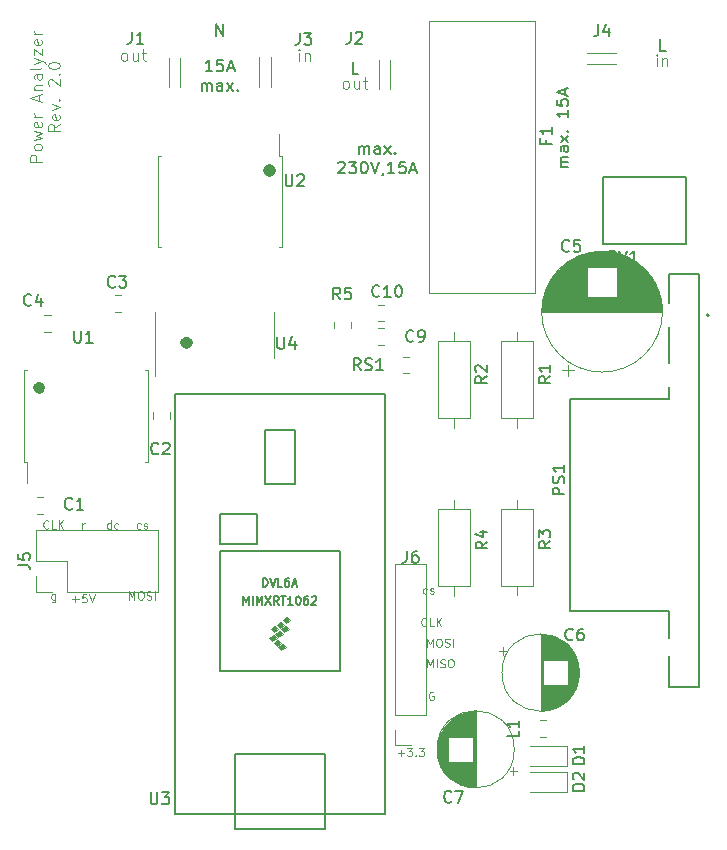
<source format=gto>
G04 #@! TF.GenerationSoftware,KiCad,Pcbnew,(5.1.10-1-10_14)*
G04 #@! TF.CreationDate,2021-07-31T12:24:41+02:00*
G04 #@! TF.ProjectId,PowerAnalyzer_ACS71020,506f7765-7241-46e6-916c-797a65725f41,2.1*
G04 #@! TF.SameCoordinates,Original*
G04 #@! TF.FileFunction,Legend,Top*
G04 #@! TF.FilePolarity,Positive*
%FSLAX46Y46*%
G04 Gerber Fmt 4.6, Leading zero omitted, Abs format (unit mm)*
G04 Created by KiCad (PCBNEW (5.1.10-1-10_14)) date 2021-07-31 12:24:41*
%MOMM*%
%LPD*%
G01*
G04 APERTURE LIST*
%ADD10C,0.100000*%
%ADD11C,0.750000*%
%ADD12C,0.150000*%
%ADD13C,0.050000*%
%ADD14C,0.015000*%
%ADD15C,0.120000*%
%ADD16C,0.127000*%
%ADD17C,0.200000*%
%ADD18O,1.802000X1.802000*%
%ADD19C,1.702000*%
%ADD20C,2.102000*%
%ADD21C,2.702000*%
%ADD22C,1.610000*%
%ADD23C,2.602000*%
%ADD24O,1.702000X1.702000*%
G04 APERTURE END LIST*
D10*
X98900000Y-183050000D02*
X99433333Y-183050000D01*
X99166666Y-183316666D02*
X99166666Y-182783333D01*
X99700000Y-182616666D02*
X100133333Y-182616666D01*
X99900000Y-182883333D01*
X100000000Y-182883333D01*
X100066666Y-182916666D01*
X100100000Y-182950000D01*
X100133333Y-183016666D01*
X100133333Y-183183333D01*
X100100000Y-183250000D01*
X100066666Y-183283333D01*
X100000000Y-183316666D01*
X99800000Y-183316666D01*
X99733333Y-183283333D01*
X99700000Y-183250000D01*
X100433333Y-183250000D02*
X100466666Y-183283333D01*
X100433333Y-183316666D01*
X100400000Y-183283333D01*
X100433333Y-183250000D01*
X100433333Y-183316666D01*
X100700000Y-182616666D02*
X101133333Y-182616666D01*
X100900000Y-182883333D01*
X101000000Y-182883333D01*
X101066666Y-182916666D01*
X101100000Y-182950000D01*
X101133333Y-183016666D01*
X101133333Y-183183333D01*
X101100000Y-183250000D01*
X101066666Y-183283333D01*
X101000000Y-183316666D01*
X100800000Y-183316666D01*
X100733333Y-183283333D01*
X100700000Y-183250000D01*
X101933333Y-177900000D02*
X101866666Y-177866666D01*
X101766666Y-177866666D01*
X101666666Y-177900000D01*
X101600000Y-177966666D01*
X101566666Y-178033333D01*
X101533333Y-178166666D01*
X101533333Y-178266666D01*
X101566666Y-178400000D01*
X101600000Y-178466666D01*
X101666666Y-178533333D01*
X101766666Y-178566666D01*
X101833333Y-178566666D01*
X101933333Y-178533333D01*
X101966666Y-178500000D01*
X101966666Y-178266666D01*
X101833333Y-178266666D01*
X101400000Y-175816666D02*
X101400000Y-175116666D01*
X101633333Y-175616666D01*
X101866666Y-175116666D01*
X101866666Y-175816666D01*
X102200000Y-175816666D02*
X102200000Y-175116666D01*
X102500000Y-175783333D02*
X102600000Y-175816666D01*
X102766666Y-175816666D01*
X102833333Y-175783333D01*
X102866666Y-175750000D01*
X102900000Y-175683333D01*
X102900000Y-175616666D01*
X102866666Y-175550000D01*
X102833333Y-175516666D01*
X102766666Y-175483333D01*
X102633333Y-175450000D01*
X102566666Y-175416666D01*
X102533333Y-175383333D01*
X102500000Y-175316666D01*
X102500000Y-175250000D01*
X102533333Y-175183333D01*
X102566666Y-175150000D01*
X102633333Y-175116666D01*
X102800000Y-175116666D01*
X102900000Y-175150000D01*
X103333333Y-175116666D02*
X103466666Y-175116666D01*
X103533333Y-175150000D01*
X103600000Y-175216666D01*
X103633333Y-175350000D01*
X103633333Y-175583333D01*
X103600000Y-175716666D01*
X103533333Y-175783333D01*
X103466666Y-175816666D01*
X103333333Y-175816666D01*
X103266666Y-175783333D01*
X103200000Y-175716666D01*
X103166666Y-175583333D01*
X103166666Y-175350000D01*
X103200000Y-175216666D01*
X103266666Y-175150000D01*
X103333333Y-175116666D01*
X101400000Y-174066666D02*
X101400000Y-173366666D01*
X101633333Y-173866666D01*
X101866666Y-173366666D01*
X101866666Y-174066666D01*
X102333333Y-173366666D02*
X102466666Y-173366666D01*
X102533333Y-173400000D01*
X102600000Y-173466666D01*
X102633333Y-173600000D01*
X102633333Y-173833333D01*
X102600000Y-173966666D01*
X102533333Y-174033333D01*
X102466666Y-174066666D01*
X102333333Y-174066666D01*
X102266666Y-174033333D01*
X102200000Y-173966666D01*
X102166666Y-173833333D01*
X102166666Y-173600000D01*
X102200000Y-173466666D01*
X102266666Y-173400000D01*
X102333333Y-173366666D01*
X102900000Y-174033333D02*
X103000000Y-174066666D01*
X103166666Y-174066666D01*
X103233333Y-174033333D01*
X103266666Y-174000000D01*
X103300000Y-173933333D01*
X103300000Y-173866666D01*
X103266666Y-173800000D01*
X103233333Y-173766666D01*
X103166666Y-173733333D01*
X103033333Y-173700000D01*
X102966666Y-173666666D01*
X102933333Y-173633333D01*
X102900000Y-173566666D01*
X102900000Y-173500000D01*
X102933333Y-173433333D01*
X102966666Y-173400000D01*
X103033333Y-173366666D01*
X103200000Y-173366666D01*
X103300000Y-173400000D01*
X103600000Y-174066666D02*
X103600000Y-173366666D01*
X101333333Y-172250000D02*
X101300000Y-172283333D01*
X101200000Y-172316666D01*
X101133333Y-172316666D01*
X101033333Y-172283333D01*
X100966666Y-172216666D01*
X100933333Y-172150000D01*
X100900000Y-172016666D01*
X100900000Y-171916666D01*
X100933333Y-171783333D01*
X100966666Y-171716666D01*
X101033333Y-171650000D01*
X101133333Y-171616666D01*
X101200000Y-171616666D01*
X101300000Y-171650000D01*
X101333333Y-171683333D01*
X101966666Y-172316666D02*
X101633333Y-172316666D01*
X101633333Y-171616666D01*
X102200000Y-172316666D02*
X102200000Y-171616666D01*
X102600000Y-172316666D02*
X102300000Y-171916666D01*
X102600000Y-171616666D02*
X102200000Y-172016666D01*
X101383333Y-169533333D02*
X101316666Y-169566666D01*
X101183333Y-169566666D01*
X101116666Y-169533333D01*
X101083333Y-169500000D01*
X101050000Y-169433333D01*
X101050000Y-169233333D01*
X101083333Y-169166666D01*
X101116666Y-169133333D01*
X101183333Y-169100000D01*
X101316666Y-169100000D01*
X101383333Y-169133333D01*
X101650000Y-169533333D02*
X101716666Y-169566666D01*
X101850000Y-169566666D01*
X101916666Y-169533333D01*
X101950000Y-169466666D01*
X101950000Y-169433333D01*
X101916666Y-169366666D01*
X101850000Y-169333333D01*
X101750000Y-169333333D01*
X101683333Y-169300000D01*
X101650000Y-169233333D01*
X101650000Y-169200000D01*
X101683333Y-169133333D01*
X101750000Y-169100000D01*
X101850000Y-169100000D01*
X101916666Y-169133333D01*
X69333333Y-164000000D02*
X69300000Y-164033333D01*
X69200000Y-164066666D01*
X69133333Y-164066666D01*
X69033333Y-164033333D01*
X68966666Y-163966666D01*
X68933333Y-163900000D01*
X68900000Y-163766666D01*
X68900000Y-163666666D01*
X68933333Y-163533333D01*
X68966666Y-163466666D01*
X69033333Y-163400000D01*
X69133333Y-163366666D01*
X69200000Y-163366666D01*
X69300000Y-163400000D01*
X69333333Y-163433333D01*
X69966666Y-164066666D02*
X69633333Y-164066666D01*
X69633333Y-163366666D01*
X70200000Y-164066666D02*
X70200000Y-163366666D01*
X70600000Y-164066666D02*
X70300000Y-163666666D01*
X70600000Y-163366666D02*
X70200000Y-163766666D01*
X72200000Y-164066666D02*
X72200000Y-163600000D01*
X72200000Y-163733333D02*
X72233333Y-163666666D01*
X72266666Y-163633333D01*
X72333333Y-163600000D01*
X72400000Y-163600000D01*
X74600000Y-164066666D02*
X74600000Y-163366666D01*
X74600000Y-164033333D02*
X74533333Y-164066666D01*
X74400000Y-164066666D01*
X74333333Y-164033333D01*
X74300000Y-164000000D01*
X74266666Y-163933333D01*
X74266666Y-163733333D01*
X74300000Y-163666666D01*
X74333333Y-163633333D01*
X74400000Y-163600000D01*
X74533333Y-163600000D01*
X74600000Y-163633333D01*
X75233333Y-164033333D02*
X75166666Y-164066666D01*
X75033333Y-164066666D01*
X74966666Y-164033333D01*
X74933333Y-164000000D01*
X74900000Y-163933333D01*
X74900000Y-163733333D01*
X74933333Y-163666666D01*
X74966666Y-163633333D01*
X75033333Y-163600000D01*
X75166666Y-163600000D01*
X75233333Y-163633333D01*
X77133333Y-164033333D02*
X77066666Y-164066666D01*
X76933333Y-164066666D01*
X76866666Y-164033333D01*
X76833333Y-164000000D01*
X76800000Y-163933333D01*
X76800000Y-163733333D01*
X76833333Y-163666666D01*
X76866666Y-163633333D01*
X76933333Y-163600000D01*
X77066666Y-163600000D01*
X77133333Y-163633333D01*
X77400000Y-164033333D02*
X77466666Y-164066666D01*
X77600000Y-164066666D01*
X77666666Y-164033333D01*
X77700000Y-163966666D01*
X77700000Y-163933333D01*
X77666666Y-163866666D01*
X77600000Y-163833333D01*
X77500000Y-163833333D01*
X77433333Y-163800000D01*
X77400000Y-163733333D01*
X77400000Y-163700000D01*
X77433333Y-163633333D01*
X77500000Y-163600000D01*
X77600000Y-163600000D01*
X77666666Y-163633333D01*
X76150000Y-170066666D02*
X76150000Y-169366666D01*
X76383333Y-169866666D01*
X76616666Y-169366666D01*
X76616666Y-170066666D01*
X77083333Y-169366666D02*
X77216666Y-169366666D01*
X77283333Y-169400000D01*
X77350000Y-169466666D01*
X77383333Y-169600000D01*
X77383333Y-169833333D01*
X77350000Y-169966666D01*
X77283333Y-170033333D01*
X77216666Y-170066666D01*
X77083333Y-170066666D01*
X77016666Y-170033333D01*
X76950000Y-169966666D01*
X76916666Y-169833333D01*
X76916666Y-169600000D01*
X76950000Y-169466666D01*
X77016666Y-169400000D01*
X77083333Y-169366666D01*
X77650000Y-170033333D02*
X77750000Y-170066666D01*
X77916666Y-170066666D01*
X77983333Y-170033333D01*
X78016666Y-170000000D01*
X78050000Y-169933333D01*
X78050000Y-169866666D01*
X78016666Y-169800000D01*
X77983333Y-169766666D01*
X77916666Y-169733333D01*
X77783333Y-169700000D01*
X77716666Y-169666666D01*
X77683333Y-169633333D01*
X77650000Y-169566666D01*
X77650000Y-169500000D01*
X77683333Y-169433333D01*
X77716666Y-169400000D01*
X77783333Y-169366666D01*
X77950000Y-169366666D01*
X78050000Y-169400000D01*
X78350000Y-170066666D02*
X78350000Y-169366666D01*
X71350000Y-170050000D02*
X71883333Y-170050000D01*
X71616666Y-170316666D02*
X71616666Y-169783333D01*
X72550000Y-169616666D02*
X72216666Y-169616666D01*
X72183333Y-169950000D01*
X72216666Y-169916666D01*
X72283333Y-169883333D01*
X72450000Y-169883333D01*
X72516666Y-169916666D01*
X72550000Y-169950000D01*
X72583333Y-170016666D01*
X72583333Y-170183333D01*
X72550000Y-170250000D01*
X72516666Y-170283333D01*
X72450000Y-170316666D01*
X72283333Y-170316666D01*
X72216666Y-170283333D01*
X72183333Y-170250000D01*
X72783333Y-169616666D02*
X73016666Y-170316666D01*
X73250000Y-169616666D01*
X69900000Y-169600000D02*
X69900000Y-170166666D01*
X69866666Y-170233333D01*
X69833333Y-170266666D01*
X69766666Y-170300000D01*
X69666666Y-170300000D01*
X69600000Y-170266666D01*
X69900000Y-170033333D02*
X69833333Y-170066666D01*
X69700000Y-170066666D01*
X69633333Y-170033333D01*
X69600000Y-170000000D01*
X69566666Y-169933333D01*
X69566666Y-169733333D01*
X69600000Y-169666666D01*
X69633333Y-169633333D01*
X69700000Y-169600000D01*
X69833333Y-169600000D01*
X69900000Y-169633333D01*
D11*
X80980000Y-148141428D02*
X81122857Y-148284285D01*
X80980000Y-148427142D01*
X80837142Y-148284285D01*
X80980000Y-148141428D01*
X80980000Y-148427142D01*
X88000000Y-133571428D02*
X88142857Y-133714285D01*
X88000000Y-133857142D01*
X87857142Y-133714285D01*
X88000000Y-133571428D01*
X88000000Y-133857142D01*
X68500000Y-151971428D02*
X68642857Y-152114285D01*
X68500000Y-152257142D01*
X68357142Y-152114285D01*
X68500000Y-151971428D01*
X68500000Y-152257142D01*
D12*
X95559523Y-125547380D02*
X95083333Y-125547380D01*
X95083333Y-124547380D01*
X121594523Y-123642380D02*
X121118333Y-123642380D01*
X121118333Y-122642380D01*
X83534285Y-122372380D02*
X83534285Y-121372380D01*
X84105714Y-122372380D01*
X84105714Y-121372380D01*
D13*
X75690476Y-124452380D02*
X75595238Y-124404761D01*
X75547619Y-124357142D01*
X75500000Y-124261904D01*
X75500000Y-123976190D01*
X75547619Y-123880952D01*
X75595238Y-123833333D01*
X75690476Y-123785714D01*
X75833333Y-123785714D01*
X75928571Y-123833333D01*
X75976190Y-123880952D01*
X76023809Y-123976190D01*
X76023809Y-124261904D01*
X75976190Y-124357142D01*
X75928571Y-124404761D01*
X75833333Y-124452380D01*
X75690476Y-124452380D01*
X76880952Y-123785714D02*
X76880952Y-124452380D01*
X76452380Y-123785714D02*
X76452380Y-124309523D01*
X76500000Y-124404761D01*
X76595238Y-124452380D01*
X76738095Y-124452380D01*
X76833333Y-124404761D01*
X76880952Y-124357142D01*
X77214285Y-123785714D02*
X77595238Y-123785714D01*
X77357142Y-123452380D02*
X77357142Y-124309523D01*
X77404761Y-124404761D01*
X77500000Y-124452380D01*
X77595238Y-124452380D01*
X90547619Y-124452380D02*
X90547619Y-123785714D01*
X90547619Y-123452380D02*
X90500000Y-123500000D01*
X90547619Y-123547619D01*
X90595238Y-123500000D01*
X90547619Y-123452380D01*
X90547619Y-123547619D01*
X91023809Y-123785714D02*
X91023809Y-124452380D01*
X91023809Y-123880952D02*
X91071428Y-123833333D01*
X91166666Y-123785714D01*
X91309523Y-123785714D01*
X91404761Y-123833333D01*
X91452380Y-123928571D01*
X91452380Y-124452380D01*
X94440476Y-126817380D02*
X94345238Y-126769761D01*
X94297619Y-126722142D01*
X94250000Y-126626904D01*
X94250000Y-126341190D01*
X94297619Y-126245952D01*
X94345238Y-126198333D01*
X94440476Y-126150714D01*
X94583333Y-126150714D01*
X94678571Y-126198333D01*
X94726190Y-126245952D01*
X94773809Y-126341190D01*
X94773809Y-126626904D01*
X94726190Y-126722142D01*
X94678571Y-126769761D01*
X94583333Y-126817380D01*
X94440476Y-126817380D01*
X95630952Y-126150714D02*
X95630952Y-126817380D01*
X95202380Y-126150714D02*
X95202380Y-126674523D01*
X95250000Y-126769761D01*
X95345238Y-126817380D01*
X95488095Y-126817380D01*
X95583333Y-126769761D01*
X95630952Y-126722142D01*
X95964285Y-126150714D02*
X96345238Y-126150714D01*
X96107142Y-125817380D02*
X96107142Y-126674523D01*
X96154761Y-126769761D01*
X96250000Y-126817380D01*
X96345238Y-126817380D01*
X120832619Y-124912380D02*
X120832619Y-124245714D01*
X120832619Y-123912380D02*
X120785000Y-123960000D01*
X120832619Y-124007619D01*
X120880238Y-123960000D01*
X120832619Y-123912380D01*
X120832619Y-124007619D01*
X121308809Y-124245714D02*
X121308809Y-124912380D01*
X121308809Y-124340952D02*
X121356428Y-124293333D01*
X121451666Y-124245714D01*
X121594523Y-124245714D01*
X121689761Y-124293333D01*
X121737380Y-124388571D01*
X121737380Y-124912380D01*
D12*
X113355380Y-133460714D02*
X112688714Y-133460714D01*
X112783952Y-133460714D02*
X112736333Y-133413095D01*
X112688714Y-133317857D01*
X112688714Y-133175000D01*
X112736333Y-133079761D01*
X112831571Y-133032142D01*
X113355380Y-133032142D01*
X112831571Y-133032142D02*
X112736333Y-132984523D01*
X112688714Y-132889285D01*
X112688714Y-132746428D01*
X112736333Y-132651190D01*
X112831571Y-132603571D01*
X113355380Y-132603571D01*
X113355380Y-131698809D02*
X112831571Y-131698809D01*
X112736333Y-131746428D01*
X112688714Y-131841666D01*
X112688714Y-132032142D01*
X112736333Y-132127380D01*
X113307761Y-131698809D02*
X113355380Y-131794047D01*
X113355380Y-132032142D01*
X113307761Y-132127380D01*
X113212523Y-132175000D01*
X113117285Y-132175000D01*
X113022047Y-132127380D01*
X112974428Y-132032142D01*
X112974428Y-131794047D01*
X112926809Y-131698809D01*
X113355380Y-131317857D02*
X112688714Y-130794047D01*
X112688714Y-131317857D02*
X113355380Y-130794047D01*
X113260142Y-130413095D02*
X113307761Y-130365476D01*
X113355380Y-130413095D01*
X113307761Y-130460714D01*
X113260142Y-130413095D01*
X113355380Y-130413095D01*
X113355380Y-128651190D02*
X113355380Y-129222619D01*
X113355380Y-128936904D02*
X112355380Y-128936904D01*
X112498238Y-129032142D01*
X112593476Y-129127380D01*
X112641095Y-129222619D01*
X112355380Y-127746428D02*
X112355380Y-128222619D01*
X112831571Y-128270238D01*
X112783952Y-128222619D01*
X112736333Y-128127380D01*
X112736333Y-127889285D01*
X112783952Y-127794047D01*
X112831571Y-127746428D01*
X112926809Y-127698809D01*
X113164904Y-127698809D01*
X113260142Y-127746428D01*
X113307761Y-127794047D01*
X113355380Y-127889285D01*
X113355380Y-128127380D01*
X113307761Y-128222619D01*
X113260142Y-128270238D01*
X113069666Y-127317857D02*
X113069666Y-126841666D01*
X113355380Y-127413095D02*
X112355380Y-127079761D01*
X113355380Y-126746428D01*
X95631190Y-132342380D02*
X95631190Y-131675714D01*
X95631190Y-131770952D02*
X95678809Y-131723333D01*
X95774047Y-131675714D01*
X95916904Y-131675714D01*
X96012142Y-131723333D01*
X96059761Y-131818571D01*
X96059761Y-132342380D01*
X96059761Y-131818571D02*
X96107380Y-131723333D01*
X96202619Y-131675714D01*
X96345476Y-131675714D01*
X96440714Y-131723333D01*
X96488333Y-131818571D01*
X96488333Y-132342380D01*
X97393095Y-132342380D02*
X97393095Y-131818571D01*
X97345476Y-131723333D01*
X97250238Y-131675714D01*
X97059761Y-131675714D01*
X96964523Y-131723333D01*
X97393095Y-132294761D02*
X97297857Y-132342380D01*
X97059761Y-132342380D01*
X96964523Y-132294761D01*
X96916904Y-132199523D01*
X96916904Y-132104285D01*
X96964523Y-132009047D01*
X97059761Y-131961428D01*
X97297857Y-131961428D01*
X97393095Y-131913809D01*
X97774047Y-132342380D02*
X98297857Y-131675714D01*
X97774047Y-131675714D02*
X98297857Y-132342380D01*
X98678809Y-132247142D02*
X98726428Y-132294761D01*
X98678809Y-132342380D01*
X98631190Y-132294761D01*
X98678809Y-132247142D01*
X98678809Y-132342380D01*
X93869285Y-133087619D02*
X93916904Y-133040000D01*
X94012142Y-132992380D01*
X94250238Y-132992380D01*
X94345476Y-133040000D01*
X94393095Y-133087619D01*
X94440714Y-133182857D01*
X94440714Y-133278095D01*
X94393095Y-133420952D01*
X93821666Y-133992380D01*
X94440714Y-133992380D01*
X94774047Y-132992380D02*
X95393095Y-132992380D01*
X95059761Y-133373333D01*
X95202619Y-133373333D01*
X95297857Y-133420952D01*
X95345476Y-133468571D01*
X95393095Y-133563809D01*
X95393095Y-133801904D01*
X95345476Y-133897142D01*
X95297857Y-133944761D01*
X95202619Y-133992380D01*
X94916904Y-133992380D01*
X94821666Y-133944761D01*
X94774047Y-133897142D01*
X96012142Y-132992380D02*
X96107380Y-132992380D01*
X96202619Y-133040000D01*
X96250238Y-133087619D01*
X96297857Y-133182857D01*
X96345476Y-133373333D01*
X96345476Y-133611428D01*
X96297857Y-133801904D01*
X96250238Y-133897142D01*
X96202619Y-133944761D01*
X96107380Y-133992380D01*
X96012142Y-133992380D01*
X95916904Y-133944761D01*
X95869285Y-133897142D01*
X95821666Y-133801904D01*
X95774047Y-133611428D01*
X95774047Y-133373333D01*
X95821666Y-133182857D01*
X95869285Y-133087619D01*
X95916904Y-133040000D01*
X96012142Y-132992380D01*
X96631190Y-132992380D02*
X96964523Y-133992380D01*
X97297857Y-132992380D01*
X97678809Y-133944761D02*
X97678809Y-133992380D01*
X97631190Y-134087619D01*
X97583571Y-134135238D01*
X98631190Y-133992380D02*
X98059761Y-133992380D01*
X98345476Y-133992380D02*
X98345476Y-132992380D01*
X98250238Y-133135238D01*
X98155000Y-133230476D01*
X98059761Y-133278095D01*
X99535952Y-132992380D02*
X99059761Y-132992380D01*
X99012142Y-133468571D01*
X99059761Y-133420952D01*
X99155000Y-133373333D01*
X99393095Y-133373333D01*
X99488333Y-133420952D01*
X99535952Y-133468571D01*
X99583571Y-133563809D01*
X99583571Y-133801904D01*
X99535952Y-133897142D01*
X99488333Y-133944761D01*
X99393095Y-133992380D01*
X99155000Y-133992380D01*
X99059761Y-133944761D01*
X99012142Y-133897142D01*
X99964523Y-133706666D02*
X100440714Y-133706666D01*
X99869285Y-133992380D02*
X100202619Y-132992380D01*
X100535952Y-133992380D01*
X83200952Y-125357380D02*
X82629523Y-125357380D01*
X82915238Y-125357380D02*
X82915238Y-124357380D01*
X82820000Y-124500238D01*
X82724761Y-124595476D01*
X82629523Y-124643095D01*
X84105714Y-124357380D02*
X83629523Y-124357380D01*
X83581904Y-124833571D01*
X83629523Y-124785952D01*
X83724761Y-124738333D01*
X83962857Y-124738333D01*
X84058095Y-124785952D01*
X84105714Y-124833571D01*
X84153333Y-124928809D01*
X84153333Y-125166904D01*
X84105714Y-125262142D01*
X84058095Y-125309761D01*
X83962857Y-125357380D01*
X83724761Y-125357380D01*
X83629523Y-125309761D01*
X83581904Y-125262142D01*
X84534285Y-125071666D02*
X85010476Y-125071666D01*
X84439047Y-125357380D02*
X84772380Y-124357380D01*
X85105714Y-125357380D01*
X82296190Y-127007380D02*
X82296190Y-126340714D01*
X82296190Y-126435952D02*
X82343809Y-126388333D01*
X82439047Y-126340714D01*
X82581904Y-126340714D01*
X82677142Y-126388333D01*
X82724761Y-126483571D01*
X82724761Y-127007380D01*
X82724761Y-126483571D02*
X82772380Y-126388333D01*
X82867619Y-126340714D01*
X83010476Y-126340714D01*
X83105714Y-126388333D01*
X83153333Y-126483571D01*
X83153333Y-127007380D01*
X84058095Y-127007380D02*
X84058095Y-126483571D01*
X84010476Y-126388333D01*
X83915238Y-126340714D01*
X83724761Y-126340714D01*
X83629523Y-126388333D01*
X84058095Y-126959761D02*
X83962857Y-127007380D01*
X83724761Y-127007380D01*
X83629523Y-126959761D01*
X83581904Y-126864523D01*
X83581904Y-126769285D01*
X83629523Y-126674047D01*
X83724761Y-126626428D01*
X83962857Y-126626428D01*
X84058095Y-126578809D01*
X84439047Y-127007380D02*
X84962857Y-126340714D01*
X84439047Y-126340714D02*
X84962857Y-127007380D01*
X85343809Y-126912142D02*
X85391428Y-126959761D01*
X85343809Y-127007380D01*
X85296190Y-126959761D01*
X85343809Y-126912142D01*
X85343809Y-127007380D01*
D14*
X68782880Y-132984190D02*
X67782880Y-132984190D01*
X67782880Y-132603238D01*
X67830500Y-132508000D01*
X67878119Y-132460380D01*
X67973357Y-132412761D01*
X68116214Y-132412761D01*
X68211452Y-132460380D01*
X68259071Y-132508000D01*
X68306690Y-132603238D01*
X68306690Y-132984190D01*
X68782880Y-131841333D02*
X68735261Y-131936571D01*
X68687642Y-131984190D01*
X68592404Y-132031809D01*
X68306690Y-132031809D01*
X68211452Y-131984190D01*
X68163833Y-131936571D01*
X68116214Y-131841333D01*
X68116214Y-131698476D01*
X68163833Y-131603238D01*
X68211452Y-131555619D01*
X68306690Y-131508000D01*
X68592404Y-131508000D01*
X68687642Y-131555619D01*
X68735261Y-131603238D01*
X68782880Y-131698476D01*
X68782880Y-131841333D01*
X68116214Y-131174666D02*
X68782880Y-130984190D01*
X68306690Y-130793714D01*
X68782880Y-130603238D01*
X68116214Y-130412761D01*
X68735261Y-129650857D02*
X68782880Y-129746095D01*
X68782880Y-129936571D01*
X68735261Y-130031809D01*
X68640023Y-130079428D01*
X68259071Y-130079428D01*
X68163833Y-130031809D01*
X68116214Y-129936571D01*
X68116214Y-129746095D01*
X68163833Y-129650857D01*
X68259071Y-129603238D01*
X68354309Y-129603238D01*
X68449547Y-130079428D01*
X68782880Y-129174666D02*
X68116214Y-129174666D01*
X68306690Y-129174666D02*
X68211452Y-129127047D01*
X68163833Y-129079428D01*
X68116214Y-128984190D01*
X68116214Y-128888952D01*
X68497166Y-127841333D02*
X68497166Y-127365142D01*
X68782880Y-127936571D02*
X67782880Y-127603238D01*
X68782880Y-127269904D01*
X68116214Y-126936571D02*
X68782880Y-126936571D01*
X68211452Y-126936571D02*
X68163833Y-126888952D01*
X68116214Y-126793714D01*
X68116214Y-126650857D01*
X68163833Y-126555619D01*
X68259071Y-126508000D01*
X68782880Y-126508000D01*
X68782880Y-125603238D02*
X68259071Y-125603238D01*
X68163833Y-125650857D01*
X68116214Y-125746095D01*
X68116214Y-125936571D01*
X68163833Y-126031809D01*
X68735261Y-125603238D02*
X68782880Y-125698476D01*
X68782880Y-125936571D01*
X68735261Y-126031809D01*
X68640023Y-126079428D01*
X68544785Y-126079428D01*
X68449547Y-126031809D01*
X68401928Y-125936571D01*
X68401928Y-125698476D01*
X68354309Y-125603238D01*
X68782880Y-124984190D02*
X68735261Y-125079428D01*
X68640023Y-125127047D01*
X67782880Y-125127047D01*
X68116214Y-124698476D02*
X68782880Y-124460380D01*
X68116214Y-124222285D02*
X68782880Y-124460380D01*
X69020976Y-124555619D01*
X69068595Y-124603238D01*
X69116214Y-124698476D01*
X68116214Y-123936571D02*
X68116214Y-123412761D01*
X68782880Y-123936571D01*
X68782880Y-123412761D01*
X68735261Y-122650857D02*
X68782880Y-122746095D01*
X68782880Y-122936571D01*
X68735261Y-123031809D01*
X68640023Y-123079428D01*
X68259071Y-123079428D01*
X68163833Y-123031809D01*
X68116214Y-122936571D01*
X68116214Y-122746095D01*
X68163833Y-122650857D01*
X68259071Y-122603238D01*
X68354309Y-122603238D01*
X68449547Y-123079428D01*
X68782880Y-122174666D02*
X68116214Y-122174666D01*
X68306690Y-122174666D02*
X68211452Y-122127047D01*
X68163833Y-122079428D01*
X68116214Y-121984190D01*
X68116214Y-121888952D01*
X70297880Y-129817523D02*
X69821690Y-130150857D01*
X70297880Y-130388952D02*
X69297880Y-130388952D01*
X69297880Y-130008000D01*
X69345500Y-129912761D01*
X69393119Y-129865142D01*
X69488357Y-129817523D01*
X69631214Y-129817523D01*
X69726452Y-129865142D01*
X69774071Y-129912761D01*
X69821690Y-130008000D01*
X69821690Y-130388952D01*
X70250261Y-129008000D02*
X70297880Y-129103238D01*
X70297880Y-129293714D01*
X70250261Y-129388952D01*
X70155023Y-129436571D01*
X69774071Y-129436571D01*
X69678833Y-129388952D01*
X69631214Y-129293714D01*
X69631214Y-129103238D01*
X69678833Y-129008000D01*
X69774071Y-128960380D01*
X69869309Y-128960380D01*
X69964547Y-129436571D01*
X69631214Y-128627047D02*
X70297880Y-128388952D01*
X69631214Y-128150857D01*
X70202642Y-127769904D02*
X70250261Y-127722285D01*
X70297880Y-127769904D01*
X70250261Y-127817523D01*
X70202642Y-127769904D01*
X70297880Y-127769904D01*
X69393119Y-126579428D02*
X69345500Y-126531809D01*
X69297880Y-126436571D01*
X69297880Y-126198476D01*
X69345500Y-126103238D01*
X69393119Y-126055619D01*
X69488357Y-126008000D01*
X69583595Y-126008000D01*
X69726452Y-126055619D01*
X70297880Y-126627047D01*
X70297880Y-126008000D01*
X70202642Y-125579428D02*
X70250261Y-125531809D01*
X70297880Y-125579428D01*
X70250261Y-125627047D01*
X70202642Y-125579428D01*
X70297880Y-125579428D01*
X69297880Y-124912761D02*
X69297880Y-124817523D01*
X69345500Y-124722285D01*
X69393119Y-124674666D01*
X69488357Y-124627047D01*
X69678833Y-124579428D01*
X69916928Y-124579428D01*
X70107404Y-124627047D01*
X70202642Y-124674666D01*
X70250261Y-124722285D01*
X70297880Y-124817523D01*
X70297880Y-124912761D01*
X70250261Y-125008000D01*
X70202642Y-125055619D01*
X70107404Y-125103238D01*
X69916928Y-125150857D01*
X69678833Y-125150857D01*
X69488357Y-125103238D01*
X69393119Y-125055619D01*
X69345500Y-125008000D01*
X69297880Y-124912761D01*
D15*
X101330000Y-179810000D02*
X98670000Y-179810000D01*
X101330000Y-179810000D02*
X101330000Y-167050000D01*
X101330000Y-167050000D02*
X98670000Y-167050000D01*
X98670000Y-179810000D02*
X98670000Y-167050000D01*
X98670000Y-182410000D02*
X98670000Y-181080000D01*
X100000000Y-182410000D02*
X98670000Y-182410000D01*
D10*
G36*
X89027000Y-174371000D02*
G01*
X88773000Y-174117000D01*
X89154000Y-173863000D01*
X89408000Y-174117000D01*
X89027000Y-174371000D01*
G37*
X89027000Y-174371000D02*
X88773000Y-174117000D01*
X89154000Y-173863000D01*
X89408000Y-174117000D01*
X89027000Y-174371000D01*
G36*
X88646000Y-173990000D02*
G01*
X88392000Y-173736000D01*
X88773000Y-173482000D01*
X89027000Y-173736000D01*
X88646000Y-173990000D01*
G37*
X88646000Y-173990000D02*
X88392000Y-173736000D01*
X88773000Y-173482000D01*
X89027000Y-173736000D01*
X88646000Y-173990000D01*
G36*
X89408000Y-172085000D02*
G01*
X89154000Y-171831000D01*
X89535000Y-171577000D01*
X89789000Y-171831000D01*
X89408000Y-172085000D01*
G37*
X89408000Y-172085000D02*
X89154000Y-171831000D01*
X89535000Y-171577000D01*
X89789000Y-171831000D01*
X89408000Y-172085000D01*
G36*
X88900000Y-172466000D02*
G01*
X88646000Y-172212000D01*
X89027000Y-171958000D01*
X89281000Y-172212000D01*
X88900000Y-172466000D01*
G37*
X88900000Y-172466000D02*
X88646000Y-172212000D01*
X89027000Y-171958000D01*
X89281000Y-172212000D01*
X88900000Y-172466000D01*
G36*
X88392000Y-172847000D02*
G01*
X88138000Y-172593000D01*
X88519000Y-172339000D01*
X88773000Y-172593000D01*
X88392000Y-172847000D01*
G37*
X88392000Y-172847000D02*
X88138000Y-172593000D01*
X88519000Y-172339000D01*
X88773000Y-172593000D01*
X88392000Y-172847000D01*
G36*
X89281000Y-172847000D02*
G01*
X89027000Y-172593000D01*
X89408000Y-172339000D01*
X89662000Y-172593000D01*
X89281000Y-172847000D01*
G37*
X89281000Y-172847000D02*
X89027000Y-172593000D01*
X89408000Y-172339000D01*
X89662000Y-172593000D01*
X89281000Y-172847000D01*
G36*
X88773000Y-173228000D02*
G01*
X88519000Y-172974000D01*
X88900000Y-172720000D01*
X89154000Y-172974000D01*
X88773000Y-173228000D01*
G37*
X88773000Y-173228000D02*
X88519000Y-172974000D01*
X88900000Y-172720000D01*
X89154000Y-172974000D01*
X88773000Y-173228000D01*
G36*
X88265000Y-173609000D02*
G01*
X88011000Y-173355000D01*
X88392000Y-173101000D01*
X88646000Y-173355000D01*
X88265000Y-173609000D01*
G37*
X88265000Y-173609000D02*
X88011000Y-173355000D01*
X88392000Y-173101000D01*
X88646000Y-173355000D01*
X88265000Y-173609000D01*
D12*
X86995000Y-165354000D02*
X83820000Y-165354000D01*
X86995000Y-162814000D02*
X86995000Y-165354000D01*
X83820000Y-162814000D02*
X86995000Y-162814000D01*
X83820000Y-165354000D02*
X83820000Y-162814000D01*
X97790000Y-188214000D02*
X80010000Y-188214000D01*
X97790000Y-152654000D02*
X97790000Y-188214000D01*
X80010000Y-152654000D02*
X97790000Y-152654000D01*
X80010000Y-188214000D02*
X80010000Y-152654000D01*
X93980000Y-165989000D02*
X93980000Y-176149000D01*
X83820000Y-165989000D02*
X83820000Y-176149000D01*
X83820000Y-176149000D02*
X93980000Y-176149000D01*
X93980000Y-165989000D02*
X83820000Y-165989000D01*
X87630000Y-160274000D02*
X87630000Y-155702000D01*
X90170000Y-160274000D02*
X87630000Y-160274000D01*
X90170000Y-155702000D02*
X90170000Y-160274000D01*
X87630000Y-155702000D02*
X90170000Y-155702000D01*
X92710000Y-183134000D02*
X92710000Y-188214000D01*
X85090000Y-183134000D02*
X85090000Y-188214000D01*
X92710000Y-183134000D02*
X85090000Y-183134000D01*
X85090000Y-189484000D02*
X85090000Y-188214000D01*
X92710000Y-189484000D02*
X85090000Y-189484000D01*
X92710000Y-188214000D02*
X92710000Y-189484000D01*
D15*
X68383748Y-161400000D02*
X68906252Y-161400000D01*
X68383748Y-162820000D02*
X68906252Y-162820000D01*
X78600000Y-169400000D02*
X78600000Y-164200000D01*
X70920000Y-169400000D02*
X78600000Y-169400000D01*
X68320000Y-164200000D02*
X78600000Y-164200000D01*
X70920000Y-169400000D02*
X70920000Y-166800000D01*
X70920000Y-166800000D02*
X68320000Y-166800000D01*
X68320000Y-166800000D02*
X68320000Y-164200000D01*
X69650000Y-169400000D02*
X68320000Y-169400000D01*
X68320000Y-169400000D02*
X68320000Y-168070000D01*
X110545000Y-144088000D02*
X110545000Y-121088000D01*
X101545000Y-144088000D02*
X110545000Y-144088000D01*
X101545000Y-121088000D02*
X101545000Y-144088000D01*
X110545000Y-121088000D02*
X101545000Y-121088000D01*
D16*
X121870000Y-177470000D02*
X121870000Y-174850000D01*
X121870000Y-171030000D02*
X121870000Y-173300000D01*
X124450000Y-142470000D02*
X124450000Y-177470000D01*
X121870000Y-153130000D02*
X121870000Y-152096000D01*
X121870000Y-147016000D02*
X121870000Y-150064000D01*
X121870000Y-142470000D02*
X121870000Y-144984000D01*
D17*
X125250000Y-146000000D02*
G75*
G03*
X125250000Y-146000000I-100000J0D01*
G01*
D16*
X121870000Y-177470000D02*
X124450000Y-177470000D01*
X113450000Y-171030000D02*
X121870000Y-171030000D01*
X113450000Y-153130000D02*
X113450000Y-171030000D01*
X121870000Y-153130000D02*
X113450000Y-153130000D01*
X124450000Y-142470000D02*
X121870000Y-142470000D01*
D15*
X75511252Y-144290000D02*
X74988748Y-144290000D01*
X75511252Y-145710000D02*
X74988748Y-145710000D01*
X94910000Y-146538748D02*
X94910000Y-147061252D01*
X93490000Y-146538748D02*
X93490000Y-147061252D01*
X78190000Y-154741252D02*
X78190000Y-154218748D01*
X79610000Y-154741252D02*
X79610000Y-154218748D01*
X78320000Y-147690000D02*
X78320000Y-151140000D01*
X78320000Y-147690000D02*
X78320000Y-145740000D01*
X88440000Y-147690000D02*
X88440000Y-149640000D01*
X88440000Y-147690000D02*
X88440000Y-145740000D01*
X119355000Y-124765000D02*
X113055000Y-124765000D01*
X113055000Y-124765000D02*
X113055000Y-123765000D01*
X113055000Y-123765000D02*
X119355000Y-123765000D01*
X119355000Y-124765000D02*
X119355000Y-123865000D01*
X119355000Y-123765000D02*
X119355000Y-123865000D01*
X121325000Y-145693000D02*
G75*
G03*
X121325000Y-145693000I-5120000J0D01*
G01*
X111125000Y-145693000D02*
X121285000Y-145693000D01*
X111125000Y-145653000D02*
X121285000Y-145653000D01*
X111125000Y-145613000D02*
X121285000Y-145613000D01*
X111126000Y-145573000D02*
X121284000Y-145573000D01*
X111127000Y-145533000D02*
X121283000Y-145533000D01*
X111128000Y-145493000D02*
X121282000Y-145493000D01*
X111130000Y-145453000D02*
X121280000Y-145453000D01*
X111132000Y-145413000D02*
X121278000Y-145413000D01*
X111135000Y-145373000D02*
X121275000Y-145373000D01*
X111137000Y-145333000D02*
X121273000Y-145333000D01*
X111140000Y-145293000D02*
X121270000Y-145293000D01*
X111143000Y-145253000D02*
X121267000Y-145253000D01*
X111147000Y-145213000D02*
X121263000Y-145213000D01*
X111151000Y-145173000D02*
X121259000Y-145173000D01*
X111155000Y-145133000D02*
X121255000Y-145133000D01*
X111160000Y-145093000D02*
X121250000Y-145093000D01*
X111165000Y-145053000D02*
X121245000Y-145053000D01*
X111170000Y-145013000D02*
X121240000Y-145013000D01*
X111175000Y-144972000D02*
X121235000Y-144972000D01*
X111181000Y-144932000D02*
X121229000Y-144932000D01*
X111187000Y-144892000D02*
X121223000Y-144892000D01*
X111194000Y-144852000D02*
X121216000Y-144852000D01*
X111201000Y-144812000D02*
X121209000Y-144812000D01*
X111208000Y-144772000D02*
X121202000Y-144772000D01*
X111215000Y-144732000D02*
X121195000Y-144732000D01*
X111223000Y-144692000D02*
X121187000Y-144692000D01*
X111231000Y-144652000D02*
X121179000Y-144652000D01*
X111240000Y-144612000D02*
X121170000Y-144612000D01*
X111249000Y-144572000D02*
X121161000Y-144572000D01*
X111258000Y-144532000D02*
X121152000Y-144532000D01*
X111267000Y-144492000D02*
X121143000Y-144492000D01*
X111277000Y-144452000D02*
X121133000Y-144452000D01*
X111287000Y-144412000D02*
X114964000Y-144412000D01*
X117446000Y-144412000D02*
X121123000Y-144412000D01*
X111298000Y-144372000D02*
X114964000Y-144372000D01*
X117446000Y-144372000D02*
X121112000Y-144372000D01*
X111308000Y-144332000D02*
X114964000Y-144332000D01*
X117446000Y-144332000D02*
X121102000Y-144332000D01*
X111320000Y-144292000D02*
X114964000Y-144292000D01*
X117446000Y-144292000D02*
X121090000Y-144292000D01*
X111331000Y-144252000D02*
X114964000Y-144252000D01*
X117446000Y-144252000D02*
X121079000Y-144252000D01*
X111343000Y-144212000D02*
X114964000Y-144212000D01*
X117446000Y-144212000D02*
X121067000Y-144212000D01*
X111355000Y-144172000D02*
X114964000Y-144172000D01*
X117446000Y-144172000D02*
X121055000Y-144172000D01*
X111368000Y-144132000D02*
X114964000Y-144132000D01*
X117446000Y-144132000D02*
X121042000Y-144132000D01*
X111381000Y-144092000D02*
X114964000Y-144092000D01*
X117446000Y-144092000D02*
X121029000Y-144092000D01*
X111394000Y-144052000D02*
X114964000Y-144052000D01*
X117446000Y-144052000D02*
X121016000Y-144052000D01*
X111408000Y-144012000D02*
X114964000Y-144012000D01*
X117446000Y-144012000D02*
X121002000Y-144012000D01*
X111422000Y-143972000D02*
X114964000Y-143972000D01*
X117446000Y-143972000D02*
X120988000Y-143972000D01*
X111437000Y-143932000D02*
X114964000Y-143932000D01*
X117446000Y-143932000D02*
X120973000Y-143932000D01*
X111451000Y-143892000D02*
X114964000Y-143892000D01*
X117446000Y-143892000D02*
X120959000Y-143892000D01*
X111467000Y-143852000D02*
X114964000Y-143852000D01*
X117446000Y-143852000D02*
X120943000Y-143852000D01*
X111482000Y-143812000D02*
X114964000Y-143812000D01*
X117446000Y-143812000D02*
X120928000Y-143812000D01*
X111498000Y-143772000D02*
X114964000Y-143772000D01*
X117446000Y-143772000D02*
X120912000Y-143772000D01*
X111515000Y-143732000D02*
X114964000Y-143732000D01*
X117446000Y-143732000D02*
X120895000Y-143732000D01*
X111531000Y-143692000D02*
X114964000Y-143692000D01*
X117446000Y-143692000D02*
X120879000Y-143692000D01*
X111548000Y-143652000D02*
X114964000Y-143652000D01*
X117446000Y-143652000D02*
X120862000Y-143652000D01*
X111566000Y-143612000D02*
X114964000Y-143612000D01*
X117446000Y-143612000D02*
X120844000Y-143612000D01*
X111584000Y-143572000D02*
X114964000Y-143572000D01*
X117446000Y-143572000D02*
X120826000Y-143572000D01*
X111602000Y-143532000D02*
X114964000Y-143532000D01*
X117446000Y-143532000D02*
X120808000Y-143532000D01*
X111621000Y-143492000D02*
X114964000Y-143492000D01*
X117446000Y-143492000D02*
X120789000Y-143492000D01*
X111641000Y-143452000D02*
X114964000Y-143452000D01*
X117446000Y-143452000D02*
X120769000Y-143452000D01*
X111660000Y-143412000D02*
X114964000Y-143412000D01*
X117446000Y-143412000D02*
X120750000Y-143412000D01*
X111680000Y-143372000D02*
X114964000Y-143372000D01*
X117446000Y-143372000D02*
X120730000Y-143372000D01*
X111701000Y-143332000D02*
X114964000Y-143332000D01*
X117446000Y-143332000D02*
X120709000Y-143332000D01*
X111722000Y-143292000D02*
X114964000Y-143292000D01*
X117446000Y-143292000D02*
X120688000Y-143292000D01*
X111743000Y-143252000D02*
X114964000Y-143252000D01*
X117446000Y-143252000D02*
X120667000Y-143252000D01*
X111765000Y-143212000D02*
X114964000Y-143212000D01*
X117446000Y-143212000D02*
X120645000Y-143212000D01*
X111788000Y-143172000D02*
X114964000Y-143172000D01*
X117446000Y-143172000D02*
X120622000Y-143172000D01*
X111810000Y-143132000D02*
X114964000Y-143132000D01*
X117446000Y-143132000D02*
X120600000Y-143132000D01*
X111834000Y-143092000D02*
X114964000Y-143092000D01*
X117446000Y-143092000D02*
X120576000Y-143092000D01*
X111858000Y-143052000D02*
X114964000Y-143052000D01*
X117446000Y-143052000D02*
X120552000Y-143052000D01*
X111882000Y-143012000D02*
X114964000Y-143012000D01*
X117446000Y-143012000D02*
X120528000Y-143012000D01*
X111907000Y-142972000D02*
X114964000Y-142972000D01*
X117446000Y-142972000D02*
X120503000Y-142972000D01*
X111932000Y-142932000D02*
X114964000Y-142932000D01*
X117446000Y-142932000D02*
X120478000Y-142932000D01*
X111958000Y-142892000D02*
X114964000Y-142892000D01*
X117446000Y-142892000D02*
X120452000Y-142892000D01*
X111984000Y-142852000D02*
X114964000Y-142852000D01*
X117446000Y-142852000D02*
X120426000Y-142852000D01*
X112011000Y-142812000D02*
X114964000Y-142812000D01*
X117446000Y-142812000D02*
X120399000Y-142812000D01*
X112039000Y-142772000D02*
X114964000Y-142772000D01*
X117446000Y-142772000D02*
X120371000Y-142772000D01*
X112067000Y-142732000D02*
X114964000Y-142732000D01*
X117446000Y-142732000D02*
X120343000Y-142732000D01*
X112095000Y-142692000D02*
X114964000Y-142692000D01*
X117446000Y-142692000D02*
X120315000Y-142692000D01*
X112125000Y-142652000D02*
X114964000Y-142652000D01*
X117446000Y-142652000D02*
X120285000Y-142652000D01*
X112155000Y-142612000D02*
X114964000Y-142612000D01*
X117446000Y-142612000D02*
X120255000Y-142612000D01*
X112185000Y-142572000D02*
X114964000Y-142572000D01*
X117446000Y-142572000D02*
X120225000Y-142572000D01*
X112216000Y-142532000D02*
X114964000Y-142532000D01*
X117446000Y-142532000D02*
X120194000Y-142532000D01*
X112248000Y-142492000D02*
X114964000Y-142492000D01*
X117446000Y-142492000D02*
X120162000Y-142492000D01*
X112280000Y-142452000D02*
X114964000Y-142452000D01*
X117446000Y-142452000D02*
X120130000Y-142452000D01*
X112313000Y-142412000D02*
X114964000Y-142412000D01*
X117446000Y-142412000D02*
X120097000Y-142412000D01*
X112347000Y-142372000D02*
X114964000Y-142372000D01*
X117446000Y-142372000D02*
X120063000Y-142372000D01*
X112381000Y-142332000D02*
X114964000Y-142332000D01*
X117446000Y-142332000D02*
X120029000Y-142332000D01*
X112416000Y-142292000D02*
X114964000Y-142292000D01*
X117446000Y-142292000D02*
X119994000Y-142292000D01*
X112452000Y-142252000D02*
X114964000Y-142252000D01*
X117446000Y-142252000D02*
X119958000Y-142252000D01*
X112489000Y-142212000D02*
X114964000Y-142212000D01*
X117446000Y-142212000D02*
X119921000Y-142212000D01*
X112526000Y-142172000D02*
X114964000Y-142172000D01*
X117446000Y-142172000D02*
X119884000Y-142172000D01*
X112565000Y-142132000D02*
X114964000Y-142132000D01*
X117446000Y-142132000D02*
X119845000Y-142132000D01*
X112604000Y-142092000D02*
X114964000Y-142092000D01*
X117446000Y-142092000D02*
X119806000Y-142092000D01*
X112644000Y-142052000D02*
X114964000Y-142052000D01*
X117446000Y-142052000D02*
X119766000Y-142052000D01*
X112685000Y-142012000D02*
X114964000Y-142012000D01*
X117446000Y-142012000D02*
X119725000Y-142012000D01*
X112727000Y-141972000D02*
X114964000Y-141972000D01*
X117446000Y-141972000D02*
X119683000Y-141972000D01*
X112769000Y-141932000D02*
X119641000Y-141932000D01*
X112813000Y-141892000D02*
X119597000Y-141892000D01*
X112858000Y-141852000D02*
X119552000Y-141852000D01*
X112904000Y-141812000D02*
X119506000Y-141812000D01*
X112951000Y-141772000D02*
X119459000Y-141772000D01*
X112999000Y-141732000D02*
X119411000Y-141732000D01*
X113049000Y-141692000D02*
X119361000Y-141692000D01*
X113099000Y-141652000D02*
X119311000Y-141652000D01*
X113151000Y-141612000D02*
X119259000Y-141612000D01*
X113205000Y-141572000D02*
X119205000Y-141572000D01*
X113260000Y-141532000D02*
X119150000Y-141532000D01*
X113316000Y-141492000D02*
X119094000Y-141492000D01*
X113375000Y-141452000D02*
X119035000Y-141452000D01*
X113435000Y-141412000D02*
X118975000Y-141412000D01*
X113496000Y-141372000D02*
X118914000Y-141372000D01*
X113560000Y-141332000D02*
X118850000Y-141332000D01*
X113626000Y-141292000D02*
X118784000Y-141292000D01*
X113695000Y-141252000D02*
X118715000Y-141252000D01*
X113766000Y-141212000D02*
X118644000Y-141212000D01*
X113840000Y-141172000D02*
X118570000Y-141172000D01*
X113916000Y-141132000D02*
X118494000Y-141132000D01*
X113996000Y-141092000D02*
X118414000Y-141092000D01*
X114080000Y-141052000D02*
X118330000Y-141052000D01*
X114168000Y-141012000D02*
X118242000Y-141012000D01*
X114261000Y-140972000D02*
X118149000Y-140972000D01*
X114359000Y-140932000D02*
X118051000Y-140932000D01*
X114463000Y-140892000D02*
X117947000Y-140892000D01*
X114575000Y-140852000D02*
X117835000Y-140852000D01*
X114695000Y-140812000D02*
X117715000Y-140812000D01*
X114827000Y-140772000D02*
X117583000Y-140772000D01*
X114975000Y-140732000D02*
X117435000Y-140732000D01*
X115143000Y-140692000D02*
X117267000Y-140692000D01*
X115343000Y-140652000D02*
X117067000Y-140652000D01*
X115606000Y-140612000D02*
X116804000Y-140612000D01*
X113330000Y-151172646D02*
X113330000Y-150172646D01*
X112830000Y-150672646D02*
X113830000Y-150672646D01*
X67495000Y-158388000D02*
X67495000Y-160203000D01*
X67240000Y-158388000D02*
X67495000Y-158388000D01*
X67240000Y-154528000D02*
X67240000Y-158388000D01*
X67240000Y-150668000D02*
X67495000Y-150668000D01*
X67240000Y-154528000D02*
X67240000Y-150668000D01*
X77760000Y-158388000D02*
X77505000Y-158388000D01*
X77760000Y-154528000D02*
X77760000Y-158388000D01*
X77760000Y-150668000D02*
X77505000Y-150668000D01*
X77760000Y-154528000D02*
X77760000Y-150668000D01*
X98290000Y-122515000D02*
X98290000Y-128815000D01*
X98290000Y-128815000D02*
X97290000Y-128815000D01*
X97290000Y-128815000D02*
X97290000Y-122515000D01*
X98290000Y-122515000D02*
X97390000Y-122515000D01*
X97290000Y-122515000D02*
X97390000Y-122515000D01*
X88168100Y-122311800D02*
X88168100Y-128611800D01*
X88168100Y-128611800D02*
X87168100Y-128611800D01*
X87168100Y-128611800D02*
X87168100Y-122311800D01*
X88168100Y-122311800D02*
X87268100Y-122311800D01*
X87168100Y-122311800D02*
X87268100Y-122311800D01*
X79510000Y-128624500D02*
X79510000Y-122324500D01*
X79510000Y-122324500D02*
X80510000Y-122324500D01*
X80510000Y-122324500D02*
X80510000Y-128624500D01*
X79510000Y-128624500D02*
X80410000Y-128624500D01*
X80510000Y-128624500D02*
X80410000Y-128624500D01*
X97736252Y-145090000D02*
X97213748Y-145090000D01*
X97736252Y-146510000D02*
X97213748Y-146510000D01*
X78598000Y-136343000D02*
X78598000Y-140203000D01*
X78598000Y-140203000D02*
X78853000Y-140203000D01*
X78598000Y-136343000D02*
X78598000Y-132483000D01*
X78598000Y-132483000D02*
X78853000Y-132483000D01*
X89118000Y-136343000D02*
X89118000Y-140203000D01*
X89118000Y-140203000D02*
X88863000Y-140203000D01*
X89118000Y-136343000D02*
X89118000Y-132483000D01*
X89118000Y-132483000D02*
X88863000Y-132483000D01*
X88863000Y-132483000D02*
X88863000Y-130668000D01*
X68988748Y-147380000D02*
X69511252Y-147380000D01*
X68988748Y-145960000D02*
X69511252Y-145960000D01*
X97736252Y-148510000D02*
X97213748Y-148510000D01*
X97736252Y-147090000D02*
X97213748Y-147090000D01*
X107630000Y-154739000D02*
X110370000Y-154739000D01*
X110370000Y-154739000D02*
X110370000Y-148199000D01*
X110370000Y-148199000D02*
X107630000Y-148199000D01*
X107630000Y-148199000D02*
X107630000Y-154739000D01*
X109000000Y-155509000D02*
X109000000Y-154739000D01*
X109000000Y-147429000D02*
X109000000Y-148199000D01*
X103660000Y-147429000D02*
X103660000Y-148199000D01*
X103660000Y-155509000D02*
X103660000Y-154739000D01*
X102290000Y-148199000D02*
X102290000Y-154739000D01*
X105030000Y-148199000D02*
X102290000Y-148199000D01*
X105030000Y-154739000D02*
X105030000Y-148199000D01*
X102290000Y-154739000D02*
X105030000Y-154739000D01*
X109000000Y-161630000D02*
X109000000Y-162400000D01*
X109000000Y-169710000D02*
X109000000Y-168940000D01*
X107630000Y-162400000D02*
X107630000Y-168940000D01*
X110370000Y-162400000D02*
X107630000Y-162400000D01*
X110370000Y-168940000D02*
X110370000Y-162400000D01*
X107630000Y-168940000D02*
X110370000Y-168940000D01*
X102290000Y-168963000D02*
X105030000Y-168963000D01*
X105030000Y-168963000D02*
X105030000Y-162423000D01*
X105030000Y-162423000D02*
X102290000Y-162423000D01*
X102290000Y-162423000D02*
X102290000Y-168963000D01*
X103660000Y-169733000D02*
X103660000Y-168963000D01*
X103660000Y-161653000D02*
X103660000Y-162423000D01*
X99861252Y-149490000D02*
X99338748Y-149490000D01*
X99861252Y-150910000D02*
X99338748Y-150910000D01*
D12*
X116300000Y-134250000D02*
X116300000Y-139950000D01*
X123300000Y-134250000D02*
X123300000Y-139950000D01*
X116300000Y-134250000D02*
X123300000Y-134250000D01*
X116300000Y-139950000D02*
X123300000Y-139950000D01*
D15*
X107814759Y-174096000D02*
X107814759Y-174726000D01*
X107499759Y-174411000D02*
X108129759Y-174411000D01*
X114241000Y-175848000D02*
X114241000Y-176652000D01*
X114201000Y-175617000D02*
X114201000Y-176883000D01*
X114161000Y-175448000D02*
X114161000Y-177052000D01*
X114121000Y-175310000D02*
X114121000Y-177190000D01*
X114081000Y-175191000D02*
X114081000Y-177309000D01*
X114041000Y-175085000D02*
X114041000Y-177415000D01*
X114001000Y-174988000D02*
X114001000Y-177512000D01*
X113961000Y-174900000D02*
X113961000Y-177600000D01*
X113921000Y-174818000D02*
X113921000Y-177682000D01*
X113881000Y-174741000D02*
X113881000Y-177759000D01*
X113841000Y-174669000D02*
X113841000Y-177831000D01*
X113801000Y-174600000D02*
X113801000Y-177900000D01*
X113761000Y-174536000D02*
X113761000Y-177964000D01*
X113721000Y-174474000D02*
X113721000Y-178026000D01*
X113681000Y-174416000D02*
X113681000Y-178084000D01*
X113641000Y-174360000D02*
X113641000Y-178140000D01*
X113601000Y-174306000D02*
X113601000Y-178194000D01*
X113561000Y-174255000D02*
X113561000Y-178245000D01*
X113521000Y-174206000D02*
X113521000Y-178294000D01*
X113481000Y-174158000D02*
X113481000Y-178342000D01*
X113441000Y-174113000D02*
X113441000Y-178387000D01*
X113401000Y-174068000D02*
X113401000Y-178432000D01*
X113361000Y-174026000D02*
X113361000Y-178474000D01*
X113321000Y-173985000D02*
X113321000Y-178515000D01*
X113281000Y-177290000D02*
X113281000Y-178555000D01*
X113281000Y-173945000D02*
X113281000Y-175210000D01*
X113241000Y-177290000D02*
X113241000Y-178593000D01*
X113241000Y-173907000D02*
X113241000Y-175210000D01*
X113201000Y-177290000D02*
X113201000Y-178630000D01*
X113201000Y-173870000D02*
X113201000Y-175210000D01*
X113161000Y-177290000D02*
X113161000Y-178666000D01*
X113161000Y-173834000D02*
X113161000Y-175210000D01*
X113121000Y-177290000D02*
X113121000Y-178700000D01*
X113121000Y-173800000D02*
X113121000Y-175210000D01*
X113081000Y-177290000D02*
X113081000Y-178734000D01*
X113081000Y-173766000D02*
X113081000Y-175210000D01*
X113041000Y-177290000D02*
X113041000Y-178766000D01*
X113041000Y-173734000D02*
X113041000Y-175210000D01*
X113001000Y-177290000D02*
X113001000Y-178798000D01*
X113001000Y-173702000D02*
X113001000Y-175210000D01*
X112961000Y-177290000D02*
X112961000Y-178828000D01*
X112961000Y-173672000D02*
X112961000Y-175210000D01*
X112921000Y-177290000D02*
X112921000Y-178857000D01*
X112921000Y-173643000D02*
X112921000Y-175210000D01*
X112881000Y-177290000D02*
X112881000Y-178886000D01*
X112881000Y-173614000D02*
X112881000Y-175210000D01*
X112841000Y-177290000D02*
X112841000Y-178914000D01*
X112841000Y-173586000D02*
X112841000Y-175210000D01*
X112801000Y-177290000D02*
X112801000Y-178940000D01*
X112801000Y-173560000D02*
X112801000Y-175210000D01*
X112761000Y-177290000D02*
X112761000Y-178966000D01*
X112761000Y-173534000D02*
X112761000Y-175210000D01*
X112721000Y-177290000D02*
X112721000Y-178992000D01*
X112721000Y-173508000D02*
X112721000Y-175210000D01*
X112681000Y-177290000D02*
X112681000Y-179016000D01*
X112681000Y-173484000D02*
X112681000Y-175210000D01*
X112641000Y-177290000D02*
X112641000Y-179040000D01*
X112641000Y-173460000D02*
X112641000Y-175210000D01*
X112601000Y-177290000D02*
X112601000Y-179062000D01*
X112601000Y-173438000D02*
X112601000Y-175210000D01*
X112561000Y-177290000D02*
X112561000Y-179084000D01*
X112561000Y-173416000D02*
X112561000Y-175210000D01*
X112521000Y-177290000D02*
X112521000Y-179106000D01*
X112521000Y-173394000D02*
X112521000Y-175210000D01*
X112481000Y-177290000D02*
X112481000Y-179126000D01*
X112481000Y-173374000D02*
X112481000Y-175210000D01*
X112441000Y-177290000D02*
X112441000Y-179146000D01*
X112441000Y-173354000D02*
X112441000Y-175210000D01*
X112401000Y-177290000D02*
X112401000Y-179166000D01*
X112401000Y-173334000D02*
X112401000Y-175210000D01*
X112361000Y-177290000D02*
X112361000Y-179184000D01*
X112361000Y-173316000D02*
X112361000Y-175210000D01*
X112321000Y-177290000D02*
X112321000Y-179202000D01*
X112321000Y-173298000D02*
X112321000Y-175210000D01*
X112281000Y-177290000D02*
X112281000Y-179220000D01*
X112281000Y-173280000D02*
X112281000Y-175210000D01*
X112241000Y-177290000D02*
X112241000Y-179236000D01*
X112241000Y-173264000D02*
X112241000Y-175210000D01*
X112201000Y-177290000D02*
X112201000Y-179252000D01*
X112201000Y-173248000D02*
X112201000Y-175210000D01*
X112161000Y-177290000D02*
X112161000Y-179268000D01*
X112161000Y-173232000D02*
X112161000Y-175210000D01*
X112121000Y-177290000D02*
X112121000Y-179283000D01*
X112121000Y-173217000D02*
X112121000Y-175210000D01*
X112081000Y-177290000D02*
X112081000Y-179297000D01*
X112081000Y-173203000D02*
X112081000Y-175210000D01*
X112041000Y-177290000D02*
X112041000Y-179311000D01*
X112041000Y-173189000D02*
X112041000Y-175210000D01*
X112001000Y-177290000D02*
X112001000Y-179324000D01*
X112001000Y-173176000D02*
X112001000Y-175210000D01*
X111961000Y-177290000D02*
X111961000Y-179336000D01*
X111961000Y-173164000D02*
X111961000Y-175210000D01*
X111921000Y-177290000D02*
X111921000Y-179348000D01*
X111921000Y-173152000D02*
X111921000Y-175210000D01*
X111881000Y-177290000D02*
X111881000Y-179360000D01*
X111881000Y-173140000D02*
X111881000Y-175210000D01*
X111841000Y-177290000D02*
X111841000Y-179371000D01*
X111841000Y-173129000D02*
X111841000Y-175210000D01*
X111801000Y-177290000D02*
X111801000Y-179381000D01*
X111801000Y-173119000D02*
X111801000Y-175210000D01*
X111761000Y-177290000D02*
X111761000Y-179391000D01*
X111761000Y-173109000D02*
X111761000Y-175210000D01*
X111721000Y-177290000D02*
X111721000Y-179400000D01*
X111721000Y-173100000D02*
X111721000Y-175210000D01*
X111680000Y-177290000D02*
X111680000Y-179409000D01*
X111680000Y-173091000D02*
X111680000Y-175210000D01*
X111640000Y-177290000D02*
X111640000Y-179417000D01*
X111640000Y-173083000D02*
X111640000Y-175210000D01*
X111600000Y-177290000D02*
X111600000Y-179425000D01*
X111600000Y-173075000D02*
X111600000Y-175210000D01*
X111560000Y-177290000D02*
X111560000Y-179432000D01*
X111560000Y-173068000D02*
X111560000Y-175210000D01*
X111520000Y-177290000D02*
X111520000Y-179439000D01*
X111520000Y-173061000D02*
X111520000Y-175210000D01*
X111480000Y-177290000D02*
X111480000Y-179445000D01*
X111480000Y-173055000D02*
X111480000Y-175210000D01*
X111440000Y-177290000D02*
X111440000Y-179451000D01*
X111440000Y-173049000D02*
X111440000Y-175210000D01*
X111400000Y-177290000D02*
X111400000Y-179456000D01*
X111400000Y-173044000D02*
X111400000Y-175210000D01*
X111360000Y-177290000D02*
X111360000Y-179461000D01*
X111360000Y-173039000D02*
X111360000Y-175210000D01*
X111320000Y-177290000D02*
X111320000Y-179465000D01*
X111320000Y-173035000D02*
X111320000Y-175210000D01*
X111280000Y-177290000D02*
X111280000Y-179468000D01*
X111280000Y-173032000D02*
X111280000Y-175210000D01*
X111240000Y-177290000D02*
X111240000Y-179472000D01*
X111240000Y-173028000D02*
X111240000Y-175210000D01*
X111200000Y-173026000D02*
X111200000Y-179474000D01*
X111160000Y-173023000D02*
X111160000Y-179477000D01*
X111120000Y-173022000D02*
X111120000Y-179478000D01*
X111080000Y-173020000D02*
X111080000Y-179480000D01*
X111040000Y-173020000D02*
X111040000Y-179480000D01*
X111000000Y-173020000D02*
X111000000Y-179480000D01*
X114270000Y-176250000D02*
G75*
G03*
X114270000Y-176250000I-3270000J0D01*
G01*
X108770000Y-182750000D02*
G75*
G03*
X108770000Y-182750000I-3270000J0D01*
G01*
X105500000Y-185980000D02*
X105500000Y-179520000D01*
X105460000Y-185980000D02*
X105460000Y-179520000D01*
X105420000Y-185980000D02*
X105420000Y-179520000D01*
X105380000Y-185978000D02*
X105380000Y-179522000D01*
X105340000Y-185977000D02*
X105340000Y-179523000D01*
X105300000Y-185974000D02*
X105300000Y-179526000D01*
X105260000Y-185972000D02*
X105260000Y-183790000D01*
X105260000Y-181710000D02*
X105260000Y-179528000D01*
X105220000Y-185968000D02*
X105220000Y-183790000D01*
X105220000Y-181710000D02*
X105220000Y-179532000D01*
X105180000Y-185965000D02*
X105180000Y-183790000D01*
X105180000Y-181710000D02*
X105180000Y-179535000D01*
X105140000Y-185961000D02*
X105140000Y-183790000D01*
X105140000Y-181710000D02*
X105140000Y-179539000D01*
X105100000Y-185956000D02*
X105100000Y-183790000D01*
X105100000Y-181710000D02*
X105100000Y-179544000D01*
X105060000Y-185951000D02*
X105060000Y-183790000D01*
X105060000Y-181710000D02*
X105060000Y-179549000D01*
X105020000Y-185945000D02*
X105020000Y-183790000D01*
X105020000Y-181710000D02*
X105020000Y-179555000D01*
X104980000Y-185939000D02*
X104980000Y-183790000D01*
X104980000Y-181710000D02*
X104980000Y-179561000D01*
X104940000Y-185932000D02*
X104940000Y-183790000D01*
X104940000Y-181710000D02*
X104940000Y-179568000D01*
X104900000Y-185925000D02*
X104900000Y-183790000D01*
X104900000Y-181710000D02*
X104900000Y-179575000D01*
X104860000Y-185917000D02*
X104860000Y-183790000D01*
X104860000Y-181710000D02*
X104860000Y-179583000D01*
X104820000Y-185909000D02*
X104820000Y-183790000D01*
X104820000Y-181710000D02*
X104820000Y-179591000D01*
X104779000Y-185900000D02*
X104779000Y-183790000D01*
X104779000Y-181710000D02*
X104779000Y-179600000D01*
X104739000Y-185891000D02*
X104739000Y-183790000D01*
X104739000Y-181710000D02*
X104739000Y-179609000D01*
X104699000Y-185881000D02*
X104699000Y-183790000D01*
X104699000Y-181710000D02*
X104699000Y-179619000D01*
X104659000Y-185871000D02*
X104659000Y-183790000D01*
X104659000Y-181710000D02*
X104659000Y-179629000D01*
X104619000Y-185860000D02*
X104619000Y-183790000D01*
X104619000Y-181710000D02*
X104619000Y-179640000D01*
X104579000Y-185848000D02*
X104579000Y-183790000D01*
X104579000Y-181710000D02*
X104579000Y-179652000D01*
X104539000Y-185836000D02*
X104539000Y-183790000D01*
X104539000Y-181710000D02*
X104539000Y-179664000D01*
X104499000Y-185824000D02*
X104499000Y-183790000D01*
X104499000Y-181710000D02*
X104499000Y-179676000D01*
X104459000Y-185811000D02*
X104459000Y-183790000D01*
X104459000Y-181710000D02*
X104459000Y-179689000D01*
X104419000Y-185797000D02*
X104419000Y-183790000D01*
X104419000Y-181710000D02*
X104419000Y-179703000D01*
X104379000Y-185783000D02*
X104379000Y-183790000D01*
X104379000Y-181710000D02*
X104379000Y-179717000D01*
X104339000Y-185768000D02*
X104339000Y-183790000D01*
X104339000Y-181710000D02*
X104339000Y-179732000D01*
X104299000Y-185752000D02*
X104299000Y-183790000D01*
X104299000Y-181710000D02*
X104299000Y-179748000D01*
X104259000Y-185736000D02*
X104259000Y-183790000D01*
X104259000Y-181710000D02*
X104259000Y-179764000D01*
X104219000Y-185720000D02*
X104219000Y-183790000D01*
X104219000Y-181710000D02*
X104219000Y-179780000D01*
X104179000Y-185702000D02*
X104179000Y-183790000D01*
X104179000Y-181710000D02*
X104179000Y-179798000D01*
X104139000Y-185684000D02*
X104139000Y-183790000D01*
X104139000Y-181710000D02*
X104139000Y-179816000D01*
X104099000Y-185666000D02*
X104099000Y-183790000D01*
X104099000Y-181710000D02*
X104099000Y-179834000D01*
X104059000Y-185646000D02*
X104059000Y-183790000D01*
X104059000Y-181710000D02*
X104059000Y-179854000D01*
X104019000Y-185626000D02*
X104019000Y-183790000D01*
X104019000Y-181710000D02*
X104019000Y-179874000D01*
X103979000Y-185606000D02*
X103979000Y-183790000D01*
X103979000Y-181710000D02*
X103979000Y-179894000D01*
X103939000Y-185584000D02*
X103939000Y-183790000D01*
X103939000Y-181710000D02*
X103939000Y-179916000D01*
X103899000Y-185562000D02*
X103899000Y-183790000D01*
X103899000Y-181710000D02*
X103899000Y-179938000D01*
X103859000Y-185540000D02*
X103859000Y-183790000D01*
X103859000Y-181710000D02*
X103859000Y-179960000D01*
X103819000Y-185516000D02*
X103819000Y-183790000D01*
X103819000Y-181710000D02*
X103819000Y-179984000D01*
X103779000Y-185492000D02*
X103779000Y-183790000D01*
X103779000Y-181710000D02*
X103779000Y-180008000D01*
X103739000Y-185466000D02*
X103739000Y-183790000D01*
X103739000Y-181710000D02*
X103739000Y-180034000D01*
X103699000Y-185440000D02*
X103699000Y-183790000D01*
X103699000Y-181710000D02*
X103699000Y-180060000D01*
X103659000Y-185414000D02*
X103659000Y-183790000D01*
X103659000Y-181710000D02*
X103659000Y-180086000D01*
X103619000Y-185386000D02*
X103619000Y-183790000D01*
X103619000Y-181710000D02*
X103619000Y-180114000D01*
X103579000Y-185357000D02*
X103579000Y-183790000D01*
X103579000Y-181710000D02*
X103579000Y-180143000D01*
X103539000Y-185328000D02*
X103539000Y-183790000D01*
X103539000Y-181710000D02*
X103539000Y-180172000D01*
X103499000Y-185298000D02*
X103499000Y-183790000D01*
X103499000Y-181710000D02*
X103499000Y-180202000D01*
X103459000Y-185266000D02*
X103459000Y-183790000D01*
X103459000Y-181710000D02*
X103459000Y-180234000D01*
X103419000Y-185234000D02*
X103419000Y-183790000D01*
X103419000Y-181710000D02*
X103419000Y-180266000D01*
X103379000Y-185200000D02*
X103379000Y-183790000D01*
X103379000Y-181710000D02*
X103379000Y-180300000D01*
X103339000Y-185166000D02*
X103339000Y-183790000D01*
X103339000Y-181710000D02*
X103339000Y-180334000D01*
X103299000Y-185130000D02*
X103299000Y-183790000D01*
X103299000Y-181710000D02*
X103299000Y-180370000D01*
X103259000Y-185093000D02*
X103259000Y-183790000D01*
X103259000Y-181710000D02*
X103259000Y-180407000D01*
X103219000Y-185055000D02*
X103219000Y-183790000D01*
X103219000Y-181710000D02*
X103219000Y-180445000D01*
X103179000Y-185015000D02*
X103179000Y-180485000D01*
X103139000Y-184974000D02*
X103139000Y-180526000D01*
X103099000Y-184932000D02*
X103099000Y-180568000D01*
X103059000Y-184887000D02*
X103059000Y-180613000D01*
X103019000Y-184842000D02*
X103019000Y-180658000D01*
X102979000Y-184794000D02*
X102979000Y-180706000D01*
X102939000Y-184745000D02*
X102939000Y-180755000D01*
X102899000Y-184694000D02*
X102899000Y-180806000D01*
X102859000Y-184640000D02*
X102859000Y-180860000D01*
X102819000Y-184584000D02*
X102819000Y-180916000D01*
X102779000Y-184526000D02*
X102779000Y-180974000D01*
X102739000Y-184464000D02*
X102739000Y-181036000D01*
X102699000Y-184400000D02*
X102699000Y-181100000D01*
X102659000Y-184331000D02*
X102659000Y-181169000D01*
X102619000Y-184259000D02*
X102619000Y-181241000D01*
X102579000Y-184182000D02*
X102579000Y-181318000D01*
X102539000Y-184100000D02*
X102539000Y-181400000D01*
X102499000Y-184012000D02*
X102499000Y-181488000D01*
X102459000Y-183915000D02*
X102459000Y-181585000D01*
X102419000Y-183809000D02*
X102419000Y-181691000D01*
X102379000Y-183690000D02*
X102379000Y-181810000D01*
X102339000Y-183552000D02*
X102339000Y-181948000D01*
X102299000Y-183383000D02*
X102299000Y-182117000D01*
X102259000Y-183152000D02*
X102259000Y-182348000D01*
X109000241Y-184589000D02*
X108370241Y-184589000D01*
X108685241Y-184904000D02*
X108685241Y-184274000D01*
X113250000Y-184200000D02*
X110100000Y-184200000D01*
X113250000Y-182500000D02*
X110100000Y-182500000D01*
X113250000Y-184200000D02*
X113250000Y-182500000D01*
X113250000Y-186350000D02*
X113250000Y-184650000D01*
X113250000Y-184650000D02*
X110100000Y-184650000D01*
X113250000Y-186350000D02*
X110100000Y-186350000D01*
X111486252Y-180290000D02*
X110963748Y-180290000D01*
X111486252Y-181710000D02*
X110963748Y-181710000D01*
D12*
X99666666Y-165952380D02*
X99666666Y-166666666D01*
X99619047Y-166809523D01*
X99523809Y-166904761D01*
X99380952Y-166952380D01*
X99285714Y-166952380D01*
X100571428Y-165952380D02*
X100380952Y-165952380D01*
X100285714Y-166000000D01*
X100238095Y-166047619D01*
X100142857Y-166190476D01*
X100095238Y-166380952D01*
X100095238Y-166761904D01*
X100142857Y-166857142D01*
X100190476Y-166904761D01*
X100285714Y-166952380D01*
X100476190Y-166952380D01*
X100571428Y-166904761D01*
X100619047Y-166857142D01*
X100666666Y-166761904D01*
X100666666Y-166523809D01*
X100619047Y-166428571D01*
X100571428Y-166380952D01*
X100476190Y-166333333D01*
X100285714Y-166333333D01*
X100190476Y-166380952D01*
X100142857Y-166428571D01*
X100095238Y-166523809D01*
X77978095Y-186396380D02*
X77978095Y-187205904D01*
X78025714Y-187301142D01*
X78073333Y-187348761D01*
X78168571Y-187396380D01*
X78359047Y-187396380D01*
X78454285Y-187348761D01*
X78501904Y-187301142D01*
X78549523Y-187205904D01*
X78549523Y-186396380D01*
X78930476Y-186396380D02*
X79549523Y-186396380D01*
X79216190Y-186777333D01*
X79359047Y-186777333D01*
X79454285Y-186824952D01*
X79501904Y-186872571D01*
X79549523Y-186967809D01*
X79549523Y-187205904D01*
X79501904Y-187301142D01*
X79454285Y-187348761D01*
X79359047Y-187396380D01*
X79073333Y-187396380D01*
X78978095Y-187348761D01*
X78930476Y-187301142D01*
X87500000Y-168972666D02*
X87500000Y-168272666D01*
X87666666Y-168272666D01*
X87766666Y-168306000D01*
X87833333Y-168372666D01*
X87866666Y-168439333D01*
X87900000Y-168572666D01*
X87900000Y-168672666D01*
X87866666Y-168806000D01*
X87833333Y-168872666D01*
X87766666Y-168939333D01*
X87666666Y-168972666D01*
X87500000Y-168972666D01*
X88100000Y-168272666D02*
X88333333Y-168972666D01*
X88566666Y-168272666D01*
X89133333Y-168972666D02*
X88800000Y-168972666D01*
X88800000Y-168272666D01*
X89666666Y-168272666D02*
X89533333Y-168272666D01*
X89466666Y-168306000D01*
X89433333Y-168339333D01*
X89366666Y-168439333D01*
X89333333Y-168572666D01*
X89333333Y-168839333D01*
X89366666Y-168906000D01*
X89400000Y-168939333D01*
X89466666Y-168972666D01*
X89600000Y-168972666D01*
X89666666Y-168939333D01*
X89700000Y-168906000D01*
X89733333Y-168839333D01*
X89733333Y-168672666D01*
X89700000Y-168606000D01*
X89666666Y-168572666D01*
X89600000Y-168539333D01*
X89466666Y-168539333D01*
X89400000Y-168572666D01*
X89366666Y-168606000D01*
X89333333Y-168672666D01*
X90000000Y-168772666D02*
X90333333Y-168772666D01*
X89933333Y-168972666D02*
X90166666Y-168272666D01*
X90400000Y-168972666D01*
X85816666Y-170496666D02*
X85816666Y-169796666D01*
X86050000Y-170296666D01*
X86283333Y-169796666D01*
X86283333Y-170496666D01*
X86616666Y-170496666D02*
X86616666Y-169796666D01*
X86950000Y-170496666D02*
X86950000Y-169796666D01*
X87183333Y-170296666D01*
X87416666Y-169796666D01*
X87416666Y-170496666D01*
X87683333Y-169796666D02*
X88150000Y-170496666D01*
X88150000Y-169796666D02*
X87683333Y-170496666D01*
X88816666Y-170496666D02*
X88583333Y-170163333D01*
X88416666Y-170496666D02*
X88416666Y-169796666D01*
X88683333Y-169796666D01*
X88750000Y-169830000D01*
X88783333Y-169863333D01*
X88816666Y-169930000D01*
X88816666Y-170030000D01*
X88783333Y-170096666D01*
X88750000Y-170130000D01*
X88683333Y-170163333D01*
X88416666Y-170163333D01*
X89016666Y-169796666D02*
X89416666Y-169796666D01*
X89216666Y-170496666D02*
X89216666Y-169796666D01*
X90016666Y-170496666D02*
X89616666Y-170496666D01*
X89816666Y-170496666D02*
X89816666Y-169796666D01*
X89750000Y-169896666D01*
X89683333Y-169963333D01*
X89616666Y-169996666D01*
X90450000Y-169796666D02*
X90516666Y-169796666D01*
X90583333Y-169830000D01*
X90616666Y-169863333D01*
X90650000Y-169930000D01*
X90683333Y-170063333D01*
X90683333Y-170230000D01*
X90650000Y-170363333D01*
X90616666Y-170430000D01*
X90583333Y-170463333D01*
X90516666Y-170496666D01*
X90450000Y-170496666D01*
X90383333Y-170463333D01*
X90350000Y-170430000D01*
X90316666Y-170363333D01*
X90283333Y-170230000D01*
X90283333Y-170063333D01*
X90316666Y-169930000D01*
X90350000Y-169863333D01*
X90383333Y-169830000D01*
X90450000Y-169796666D01*
X91283333Y-169796666D02*
X91150000Y-169796666D01*
X91083333Y-169830000D01*
X91050000Y-169863333D01*
X90983333Y-169963333D01*
X90950000Y-170096666D01*
X90950000Y-170363333D01*
X90983333Y-170430000D01*
X91016666Y-170463333D01*
X91083333Y-170496666D01*
X91216666Y-170496666D01*
X91283333Y-170463333D01*
X91316666Y-170430000D01*
X91350000Y-170363333D01*
X91350000Y-170196666D01*
X91316666Y-170130000D01*
X91283333Y-170096666D01*
X91216666Y-170063333D01*
X91083333Y-170063333D01*
X91016666Y-170096666D01*
X90983333Y-170130000D01*
X90950000Y-170196666D01*
X91616666Y-169863333D02*
X91650000Y-169830000D01*
X91716666Y-169796666D01*
X91883333Y-169796666D01*
X91950000Y-169830000D01*
X91983333Y-169863333D01*
X92016666Y-169930000D01*
X92016666Y-169996666D01*
X91983333Y-170096666D01*
X91583333Y-170496666D01*
X92016666Y-170496666D01*
X71333333Y-162357142D02*
X71285714Y-162404761D01*
X71142857Y-162452380D01*
X71047619Y-162452380D01*
X70904761Y-162404761D01*
X70809523Y-162309523D01*
X70761904Y-162214285D01*
X70714285Y-162023809D01*
X70714285Y-161880952D01*
X70761904Y-161690476D01*
X70809523Y-161595238D01*
X70904761Y-161500000D01*
X71047619Y-161452380D01*
X71142857Y-161452380D01*
X71285714Y-161500000D01*
X71333333Y-161547619D01*
X72285714Y-162452380D02*
X71714285Y-162452380D01*
X72000000Y-162452380D02*
X72000000Y-161452380D01*
X71904761Y-161595238D01*
X71809523Y-161690476D01*
X71714285Y-161738095D01*
X66772380Y-167133333D02*
X67486666Y-167133333D01*
X67629523Y-167180952D01*
X67724761Y-167276190D01*
X67772380Y-167419047D01*
X67772380Y-167514285D01*
X66772380Y-166180952D02*
X66772380Y-166657142D01*
X67248571Y-166704761D01*
X67200952Y-166657142D01*
X67153333Y-166561904D01*
X67153333Y-166323809D01*
X67200952Y-166228571D01*
X67248571Y-166180952D01*
X67343809Y-166133333D01*
X67581904Y-166133333D01*
X67677142Y-166180952D01*
X67724761Y-166228571D01*
X67772380Y-166323809D01*
X67772380Y-166561904D01*
X67724761Y-166657142D01*
X67677142Y-166704761D01*
X111434571Y-131143333D02*
X111434571Y-131476666D01*
X111958380Y-131476666D02*
X110958380Y-131476666D01*
X110958380Y-131000476D01*
X111958380Y-130095714D02*
X111958380Y-130667142D01*
X111958380Y-130381428D02*
X110958380Y-130381428D01*
X111101238Y-130476666D01*
X111196476Y-130571904D01*
X111244095Y-130667142D01*
X113015792Y-161160367D02*
X112014572Y-161160367D01*
X112014572Y-160778950D01*
X112062250Y-160683595D01*
X112109927Y-160635918D01*
X112205281Y-160588241D01*
X112348312Y-160588241D01*
X112443667Y-160635918D01*
X112491344Y-160683595D01*
X112539021Y-160778950D01*
X112539021Y-161160367D01*
X112968115Y-160206824D02*
X113015792Y-160063792D01*
X113015792Y-159825407D01*
X112968115Y-159730052D01*
X112920438Y-159682375D01*
X112825084Y-159634698D01*
X112729730Y-159634698D01*
X112634375Y-159682375D01*
X112586698Y-159730052D01*
X112539021Y-159825407D01*
X112491344Y-160016115D01*
X112443667Y-160111470D01*
X112395990Y-160159147D01*
X112300635Y-160206824D01*
X112205281Y-160206824D01*
X112109927Y-160159147D01*
X112062250Y-160111470D01*
X112014572Y-160016115D01*
X112014572Y-159777730D01*
X112062250Y-159634698D01*
X113015792Y-158681155D02*
X113015792Y-159253281D01*
X113015792Y-158967218D02*
X112014572Y-158967218D01*
X112157604Y-159062572D01*
X112252958Y-159157927D01*
X112300635Y-159253281D01*
X74983333Y-143557142D02*
X74935714Y-143604761D01*
X74792857Y-143652380D01*
X74697619Y-143652380D01*
X74554761Y-143604761D01*
X74459523Y-143509523D01*
X74411904Y-143414285D01*
X74364285Y-143223809D01*
X74364285Y-143080952D01*
X74411904Y-142890476D01*
X74459523Y-142795238D01*
X74554761Y-142700000D01*
X74697619Y-142652380D01*
X74792857Y-142652380D01*
X74935714Y-142700000D01*
X74983333Y-142747619D01*
X75316666Y-142652380D02*
X75935714Y-142652380D01*
X75602380Y-143033333D01*
X75745238Y-143033333D01*
X75840476Y-143080952D01*
X75888095Y-143128571D01*
X75935714Y-143223809D01*
X75935714Y-143461904D01*
X75888095Y-143557142D01*
X75840476Y-143604761D01*
X75745238Y-143652380D01*
X75459523Y-143652380D01*
X75364285Y-143604761D01*
X75316666Y-143557142D01*
X94033333Y-144652380D02*
X93700000Y-144176190D01*
X93461904Y-144652380D02*
X93461904Y-143652380D01*
X93842857Y-143652380D01*
X93938095Y-143700000D01*
X93985714Y-143747619D01*
X94033333Y-143842857D01*
X94033333Y-143985714D01*
X93985714Y-144080952D01*
X93938095Y-144128571D01*
X93842857Y-144176190D01*
X93461904Y-144176190D01*
X94938095Y-143652380D02*
X94461904Y-143652380D01*
X94414285Y-144128571D01*
X94461904Y-144080952D01*
X94557142Y-144033333D01*
X94795238Y-144033333D01*
X94890476Y-144080952D01*
X94938095Y-144128571D01*
X94985714Y-144223809D01*
X94985714Y-144461904D01*
X94938095Y-144557142D01*
X94890476Y-144604761D01*
X94795238Y-144652380D01*
X94557142Y-144652380D01*
X94461904Y-144604761D01*
X94414285Y-144557142D01*
X78643333Y-157677142D02*
X78595714Y-157724761D01*
X78452857Y-157772380D01*
X78357619Y-157772380D01*
X78214761Y-157724761D01*
X78119523Y-157629523D01*
X78071904Y-157534285D01*
X78024285Y-157343809D01*
X78024285Y-157200952D01*
X78071904Y-157010476D01*
X78119523Y-156915238D01*
X78214761Y-156820000D01*
X78357619Y-156772380D01*
X78452857Y-156772380D01*
X78595714Y-156820000D01*
X78643333Y-156867619D01*
X79024285Y-156867619D02*
X79071904Y-156820000D01*
X79167142Y-156772380D01*
X79405238Y-156772380D01*
X79500476Y-156820000D01*
X79548095Y-156867619D01*
X79595714Y-156962857D01*
X79595714Y-157058095D01*
X79548095Y-157200952D01*
X78976666Y-157772380D01*
X79595714Y-157772380D01*
X88718095Y-147842380D02*
X88718095Y-148651904D01*
X88765714Y-148747142D01*
X88813333Y-148794761D01*
X88908571Y-148842380D01*
X89099047Y-148842380D01*
X89194285Y-148794761D01*
X89241904Y-148747142D01*
X89289523Y-148651904D01*
X89289523Y-147842380D01*
X90194285Y-148175714D02*
X90194285Y-148842380D01*
X89956190Y-147794761D02*
X89718095Y-148509047D01*
X90337142Y-148509047D01*
X115871666Y-121372380D02*
X115871666Y-122086666D01*
X115824047Y-122229523D01*
X115728809Y-122324761D01*
X115585952Y-122372380D01*
X115490714Y-122372380D01*
X116776428Y-121705714D02*
X116776428Y-122372380D01*
X116538333Y-121324761D02*
X116300238Y-122039047D01*
X116919285Y-122039047D01*
X113424673Y-140523742D02*
X113377054Y-140571361D01*
X113234197Y-140618980D01*
X113138959Y-140618980D01*
X112996101Y-140571361D01*
X112900863Y-140476123D01*
X112853244Y-140380885D01*
X112805625Y-140190409D01*
X112805625Y-140047552D01*
X112853244Y-139857076D01*
X112900863Y-139761838D01*
X112996101Y-139666600D01*
X113138959Y-139618980D01*
X113234197Y-139618980D01*
X113377054Y-139666600D01*
X113424673Y-139714219D01*
X114329435Y-139618980D02*
X113853244Y-139618980D01*
X113805625Y-140095171D01*
X113853244Y-140047552D01*
X113948482Y-139999933D01*
X114186578Y-139999933D01*
X114281816Y-140047552D01*
X114329435Y-140095171D01*
X114377054Y-140190409D01*
X114377054Y-140428504D01*
X114329435Y-140523742D01*
X114281816Y-140571361D01*
X114186578Y-140618980D01*
X113948482Y-140618980D01*
X113853244Y-140571361D01*
X113805625Y-140523742D01*
X71518095Y-147312380D02*
X71518095Y-148121904D01*
X71565714Y-148217142D01*
X71613333Y-148264761D01*
X71708571Y-148312380D01*
X71899047Y-148312380D01*
X71994285Y-148264761D01*
X72041904Y-148217142D01*
X72089523Y-148121904D01*
X72089523Y-147312380D01*
X73089523Y-148312380D02*
X72518095Y-148312380D01*
X72803809Y-148312380D02*
X72803809Y-147312380D01*
X72708571Y-147455238D01*
X72613333Y-147550476D01*
X72518095Y-147598095D01*
X94916666Y-122007380D02*
X94916666Y-122721666D01*
X94869047Y-122864523D01*
X94773809Y-122959761D01*
X94630952Y-123007380D01*
X94535714Y-123007380D01*
X95345238Y-122102619D02*
X95392857Y-122055000D01*
X95488095Y-122007380D01*
X95726190Y-122007380D01*
X95821428Y-122055000D01*
X95869047Y-122102619D01*
X95916666Y-122197857D01*
X95916666Y-122293095D01*
X95869047Y-122435952D01*
X95297619Y-123007380D01*
X95916666Y-123007380D01*
X90596126Y-122096280D02*
X90596126Y-122810566D01*
X90548507Y-122953423D01*
X90453269Y-123048661D01*
X90310412Y-123096280D01*
X90215174Y-123096280D01*
X90977079Y-122096280D02*
X91596126Y-122096280D01*
X91262793Y-122477233D01*
X91405650Y-122477233D01*
X91500888Y-122524852D01*
X91548507Y-122572471D01*
X91596126Y-122667709D01*
X91596126Y-122905804D01*
X91548507Y-123001042D01*
X91500888Y-123048661D01*
X91405650Y-123096280D01*
X91119936Y-123096280D01*
X91024698Y-123048661D01*
X90977079Y-123001042D01*
X76374666Y-122007380D02*
X76374666Y-122721666D01*
X76327047Y-122864523D01*
X76231809Y-122959761D01*
X76088952Y-123007380D01*
X75993714Y-123007380D01*
X77374666Y-123007380D02*
X76803238Y-123007380D01*
X77088952Y-123007380D02*
X77088952Y-122007380D01*
X76993714Y-122150238D01*
X76898476Y-122245476D01*
X76803238Y-122293095D01*
X97357142Y-144357142D02*
X97309523Y-144404761D01*
X97166666Y-144452380D01*
X97071428Y-144452380D01*
X96928571Y-144404761D01*
X96833333Y-144309523D01*
X96785714Y-144214285D01*
X96738095Y-144023809D01*
X96738095Y-143880952D01*
X96785714Y-143690476D01*
X96833333Y-143595238D01*
X96928571Y-143500000D01*
X97071428Y-143452380D01*
X97166666Y-143452380D01*
X97309523Y-143500000D01*
X97357142Y-143547619D01*
X98309523Y-144452380D02*
X97738095Y-144452380D01*
X98023809Y-144452380D02*
X98023809Y-143452380D01*
X97928571Y-143595238D01*
X97833333Y-143690476D01*
X97738095Y-143738095D01*
X98928571Y-143452380D02*
X99023809Y-143452380D01*
X99119047Y-143500000D01*
X99166666Y-143547619D01*
X99214285Y-143642857D01*
X99261904Y-143833333D01*
X99261904Y-144071428D01*
X99214285Y-144261904D01*
X99166666Y-144357142D01*
X99119047Y-144404761D01*
X99023809Y-144452380D01*
X98928571Y-144452380D01*
X98833333Y-144404761D01*
X98785714Y-144357142D01*
X98738095Y-144261904D01*
X98690476Y-144071428D01*
X98690476Y-143833333D01*
X98738095Y-143642857D01*
X98785714Y-143547619D01*
X98833333Y-143500000D01*
X98928571Y-143452380D01*
X89408095Y-134072380D02*
X89408095Y-134881904D01*
X89455714Y-134977142D01*
X89503333Y-135024761D01*
X89598571Y-135072380D01*
X89789047Y-135072380D01*
X89884285Y-135024761D01*
X89931904Y-134977142D01*
X89979523Y-134881904D01*
X89979523Y-134072380D01*
X90408095Y-134167619D02*
X90455714Y-134120000D01*
X90550952Y-134072380D01*
X90789047Y-134072380D01*
X90884285Y-134120000D01*
X90931904Y-134167619D01*
X90979523Y-134262857D01*
X90979523Y-134358095D01*
X90931904Y-134500952D01*
X90360476Y-135072380D01*
X90979523Y-135072380D01*
X67868333Y-145122142D02*
X67820714Y-145169761D01*
X67677857Y-145217380D01*
X67582619Y-145217380D01*
X67439761Y-145169761D01*
X67344523Y-145074523D01*
X67296904Y-144979285D01*
X67249285Y-144788809D01*
X67249285Y-144645952D01*
X67296904Y-144455476D01*
X67344523Y-144360238D01*
X67439761Y-144265000D01*
X67582619Y-144217380D01*
X67677857Y-144217380D01*
X67820714Y-144265000D01*
X67868333Y-144312619D01*
X68725476Y-144550714D02*
X68725476Y-145217380D01*
X68487380Y-144169761D02*
X68249285Y-144884047D01*
X68868333Y-144884047D01*
X100233333Y-148157142D02*
X100185714Y-148204761D01*
X100042857Y-148252380D01*
X99947619Y-148252380D01*
X99804761Y-148204761D01*
X99709523Y-148109523D01*
X99661904Y-148014285D01*
X99614285Y-147823809D01*
X99614285Y-147680952D01*
X99661904Y-147490476D01*
X99709523Y-147395238D01*
X99804761Y-147300000D01*
X99947619Y-147252380D01*
X100042857Y-147252380D01*
X100185714Y-147300000D01*
X100233333Y-147347619D01*
X100709523Y-148252380D02*
X100900000Y-148252380D01*
X100995238Y-148204761D01*
X101042857Y-148157142D01*
X101138095Y-148014285D01*
X101185714Y-147823809D01*
X101185714Y-147442857D01*
X101138095Y-147347619D01*
X101090476Y-147300000D01*
X100995238Y-147252380D01*
X100804761Y-147252380D01*
X100709523Y-147300000D01*
X100661904Y-147347619D01*
X100614285Y-147442857D01*
X100614285Y-147680952D01*
X100661904Y-147776190D01*
X100709523Y-147823809D01*
X100804761Y-147871428D01*
X100995238Y-147871428D01*
X101090476Y-147823809D01*
X101138095Y-147776190D01*
X101185714Y-147680952D01*
X111837380Y-151166666D02*
X111361190Y-151500000D01*
X111837380Y-151738095D02*
X110837380Y-151738095D01*
X110837380Y-151357142D01*
X110885000Y-151261904D01*
X110932619Y-151214285D01*
X111027857Y-151166666D01*
X111170714Y-151166666D01*
X111265952Y-151214285D01*
X111313571Y-151261904D01*
X111361190Y-151357142D01*
X111361190Y-151738095D01*
X111837380Y-150214285D02*
X111837380Y-150785714D01*
X111837380Y-150500000D02*
X110837380Y-150500000D01*
X110980238Y-150595238D01*
X111075476Y-150690476D01*
X111123095Y-150785714D01*
X106452380Y-151166666D02*
X105976190Y-151500000D01*
X106452380Y-151738095D02*
X105452380Y-151738095D01*
X105452380Y-151357142D01*
X105500000Y-151261904D01*
X105547619Y-151214285D01*
X105642857Y-151166666D01*
X105785714Y-151166666D01*
X105880952Y-151214285D01*
X105928571Y-151261904D01*
X105976190Y-151357142D01*
X105976190Y-151738095D01*
X105547619Y-150785714D02*
X105500000Y-150738095D01*
X105452380Y-150642857D01*
X105452380Y-150404761D01*
X105500000Y-150309523D01*
X105547619Y-150261904D01*
X105642857Y-150214285D01*
X105738095Y-150214285D01*
X105880952Y-150261904D01*
X106452380Y-150833333D01*
X106452380Y-150214285D01*
X111837380Y-165143666D02*
X111361190Y-165477000D01*
X111837380Y-165715095D02*
X110837380Y-165715095D01*
X110837380Y-165334142D01*
X110885000Y-165238904D01*
X110932619Y-165191285D01*
X111027857Y-165143666D01*
X111170714Y-165143666D01*
X111265952Y-165191285D01*
X111313571Y-165238904D01*
X111361190Y-165334142D01*
X111361190Y-165715095D01*
X110837380Y-164810333D02*
X110837380Y-164191285D01*
X111218333Y-164524619D01*
X111218333Y-164381761D01*
X111265952Y-164286523D01*
X111313571Y-164238904D01*
X111408809Y-164191285D01*
X111646904Y-164191285D01*
X111742142Y-164238904D01*
X111789761Y-164286523D01*
X111837380Y-164381761D01*
X111837380Y-164667476D01*
X111789761Y-164762714D01*
X111742142Y-164810333D01*
X106497380Y-165166666D02*
X106021190Y-165500000D01*
X106497380Y-165738095D02*
X105497380Y-165738095D01*
X105497380Y-165357142D01*
X105545000Y-165261904D01*
X105592619Y-165214285D01*
X105687857Y-165166666D01*
X105830714Y-165166666D01*
X105925952Y-165214285D01*
X105973571Y-165261904D01*
X106021190Y-165357142D01*
X106021190Y-165738095D01*
X105830714Y-164309523D02*
X106497380Y-164309523D01*
X105449761Y-164547619D02*
X106164047Y-164785714D01*
X106164047Y-164166666D01*
X95757142Y-150652380D02*
X95423809Y-150176190D01*
X95185714Y-150652380D02*
X95185714Y-149652380D01*
X95566666Y-149652380D01*
X95661904Y-149700000D01*
X95709523Y-149747619D01*
X95757142Y-149842857D01*
X95757142Y-149985714D01*
X95709523Y-150080952D01*
X95661904Y-150128571D01*
X95566666Y-150176190D01*
X95185714Y-150176190D01*
X96138095Y-150604761D02*
X96280952Y-150652380D01*
X96519047Y-150652380D01*
X96614285Y-150604761D01*
X96661904Y-150557142D01*
X96709523Y-150461904D01*
X96709523Y-150366666D01*
X96661904Y-150271428D01*
X96614285Y-150223809D01*
X96519047Y-150176190D01*
X96328571Y-150128571D01*
X96233333Y-150080952D01*
X96185714Y-150033333D01*
X96138095Y-149938095D01*
X96138095Y-149842857D01*
X96185714Y-149747619D01*
X96233333Y-149700000D01*
X96328571Y-149652380D01*
X96566666Y-149652380D01*
X96709523Y-149700000D01*
X97661904Y-150652380D02*
X97090476Y-150652380D01*
X97376190Y-150652380D02*
X97376190Y-149652380D01*
X97280952Y-149795238D01*
X97185714Y-149890476D01*
X97090476Y-149938095D01*
X117370241Y-141526080D02*
X117036908Y-141049890D01*
X116798813Y-141526080D02*
X116798813Y-140526080D01*
X117179765Y-140526080D01*
X117275003Y-140573700D01*
X117322622Y-140621319D01*
X117370241Y-140716557D01*
X117370241Y-140859414D01*
X117322622Y-140954652D01*
X117275003Y-141002271D01*
X117179765Y-141049890D01*
X116798813Y-141049890D01*
X117655956Y-140526080D02*
X117989289Y-141526080D01*
X118322622Y-140526080D01*
X119179765Y-141526080D02*
X118608337Y-141526080D01*
X118894051Y-141526080D02*
X118894051Y-140526080D01*
X118798813Y-140668938D01*
X118703575Y-140764176D01*
X118608337Y-140811795D01*
X113728333Y-173432142D02*
X113680714Y-173479761D01*
X113537857Y-173527380D01*
X113442619Y-173527380D01*
X113299761Y-173479761D01*
X113204523Y-173384523D01*
X113156904Y-173289285D01*
X113109285Y-173098809D01*
X113109285Y-172955952D01*
X113156904Y-172765476D01*
X113204523Y-172670238D01*
X113299761Y-172575000D01*
X113442619Y-172527380D01*
X113537857Y-172527380D01*
X113680714Y-172575000D01*
X113728333Y-172622619D01*
X114585476Y-172527380D02*
X114395000Y-172527380D01*
X114299761Y-172575000D01*
X114252142Y-172622619D01*
X114156904Y-172765476D01*
X114109285Y-172955952D01*
X114109285Y-173336904D01*
X114156904Y-173432142D01*
X114204523Y-173479761D01*
X114299761Y-173527380D01*
X114490238Y-173527380D01*
X114585476Y-173479761D01*
X114633095Y-173432142D01*
X114680714Y-173336904D01*
X114680714Y-173098809D01*
X114633095Y-173003571D01*
X114585476Y-172955952D01*
X114490238Y-172908333D01*
X114299761Y-172908333D01*
X114204523Y-172955952D01*
X114156904Y-173003571D01*
X114109285Y-173098809D01*
X103438333Y-187158442D02*
X103390714Y-187206061D01*
X103247857Y-187253680D01*
X103152619Y-187253680D01*
X103009761Y-187206061D01*
X102914523Y-187110823D01*
X102866904Y-187015585D01*
X102819285Y-186825109D01*
X102819285Y-186682252D01*
X102866904Y-186491776D01*
X102914523Y-186396538D01*
X103009761Y-186301300D01*
X103152619Y-186253680D01*
X103247857Y-186253680D01*
X103390714Y-186301300D01*
X103438333Y-186348919D01*
X103771666Y-186253680D02*
X104438333Y-186253680D01*
X104009761Y-187253680D01*
X114702380Y-183988095D02*
X113702380Y-183988095D01*
X113702380Y-183750000D01*
X113750000Y-183607142D01*
X113845238Y-183511904D01*
X113940476Y-183464285D01*
X114130952Y-183416666D01*
X114273809Y-183416666D01*
X114464285Y-183464285D01*
X114559523Y-183511904D01*
X114654761Y-183607142D01*
X114702380Y-183750000D01*
X114702380Y-183988095D01*
X114702380Y-182464285D02*
X114702380Y-183035714D01*
X114702380Y-182750000D02*
X113702380Y-182750000D01*
X113845238Y-182845238D01*
X113940476Y-182940476D01*
X113988095Y-183035714D01*
X114702380Y-186238095D02*
X113702380Y-186238095D01*
X113702380Y-186000000D01*
X113750000Y-185857142D01*
X113845238Y-185761904D01*
X113940476Y-185714285D01*
X114130952Y-185666666D01*
X114273809Y-185666666D01*
X114464285Y-185714285D01*
X114559523Y-185761904D01*
X114654761Y-185857142D01*
X114702380Y-186000000D01*
X114702380Y-186238095D01*
X113797619Y-185285714D02*
X113750000Y-185238095D01*
X113702380Y-185142857D01*
X113702380Y-184904761D01*
X113750000Y-184809523D01*
X113797619Y-184761904D01*
X113892857Y-184714285D01*
X113988095Y-184714285D01*
X114130952Y-184761904D01*
X114702380Y-185333333D01*
X114702380Y-184714285D01*
X109137380Y-181166666D02*
X109137380Y-181642857D01*
X108137380Y-181642857D01*
X109137380Y-180309523D02*
X109137380Y-180880952D01*
X109137380Y-180595238D02*
X108137380Y-180595238D01*
X108280238Y-180690476D01*
X108375476Y-180785714D01*
X108423095Y-180880952D01*
%LPC*%
D18*
X100000000Y-168380000D03*
X100000000Y-170920000D03*
X100000000Y-173460000D03*
X100000000Y-176000000D03*
X100000000Y-178540000D03*
G36*
G01*
X100901000Y-180230000D02*
X100901000Y-181930000D01*
G75*
G02*
X100850000Y-181981000I-51000J0D01*
G01*
X99150000Y-181981000D01*
G75*
G02*
X99099000Y-181930000I0J51000D01*
G01*
X99099000Y-180230000D01*
G75*
G02*
X99150000Y-180179000I51000J0D01*
G01*
X100850000Y-180179000D01*
G75*
G02*
X100901000Y-180230000I0J-51000D01*
G01*
G37*
D19*
X93980000Y-161544000D03*
X93980000Y-159004000D03*
X91440000Y-161544000D03*
X91440000Y-159004000D03*
X88900000Y-161544000D03*
X88900000Y-159004000D03*
X86360000Y-161544000D03*
X86360000Y-159004000D03*
X83820000Y-161544000D03*
X83820000Y-159004000D03*
X96520000Y-186944000D03*
X96520000Y-184404000D03*
X96520000Y-181864000D03*
X96520000Y-179324000D03*
X96520000Y-176784000D03*
X96520000Y-174244000D03*
X96520000Y-171704000D03*
X96520000Y-169164000D03*
X96520000Y-166624000D03*
X96520000Y-164084000D03*
X96520000Y-161544000D03*
X96520000Y-159004000D03*
X96520000Y-156464000D03*
X83820000Y-184404000D03*
X81280000Y-186944000D03*
X81280000Y-184404000D03*
X81280000Y-181864000D03*
X81280000Y-179324000D03*
X81280000Y-176784000D03*
X81280000Y-174244000D03*
X81280000Y-171704000D03*
X81280000Y-169164000D03*
X81280000Y-166624000D03*
X81280000Y-164084000D03*
X81280000Y-161544000D03*
X81280000Y-159004000D03*
X81280000Y-156464000D03*
X96520000Y-153924000D03*
X93980000Y-153924000D03*
X91440000Y-153924000D03*
X81280000Y-153924000D03*
X83820000Y-153924000D03*
X86360000Y-153924000D03*
X88900000Y-153924000D03*
G36*
G01*
X69044000Y-162588828D02*
X69044000Y-161631172D01*
G75*
G02*
X69316172Y-161359000I272172J0D01*
G01*
X70023828Y-161359000D01*
G75*
G02*
X70296000Y-161631172I0J-272172D01*
G01*
X70296000Y-162588828D01*
G75*
G02*
X70023828Y-162861000I-272172J0D01*
G01*
X69316172Y-162861000D01*
G75*
G02*
X69044000Y-162588828I0J272172D01*
G01*
G37*
G36*
G01*
X66994000Y-162588828D02*
X66994000Y-161631172D01*
G75*
G02*
X67266172Y-161359000I272172J0D01*
G01*
X67973828Y-161359000D01*
G75*
G02*
X68246000Y-161631172I0J-272172D01*
G01*
X68246000Y-162588828D01*
G75*
G02*
X67973828Y-162861000I-272172J0D01*
G01*
X67266172Y-162861000D01*
G75*
G02*
X66994000Y-162588828I0J272172D01*
G01*
G37*
D18*
X77270000Y-165530000D03*
X77270000Y-168070000D03*
X74730000Y-165530000D03*
X74730000Y-168070000D03*
X72190000Y-165530000D03*
X72190000Y-168070000D03*
X69650000Y-165530000D03*
G36*
G01*
X70500000Y-168971000D02*
X68800000Y-168971000D01*
G75*
G02*
X68749000Y-168920000I0J51000D01*
G01*
X68749000Y-167220000D01*
G75*
G02*
X68800000Y-167169000I51000J0D01*
G01*
X70500000Y-167169000D01*
G75*
G02*
X70551000Y-167220000I0J-51000D01*
G01*
X70551000Y-168920000D01*
G75*
G02*
X70500000Y-168971000I-51000J0D01*
G01*
G37*
D20*
X106045000Y-125088000D03*
X106045000Y-140088000D03*
D21*
X106045000Y-132588000D03*
G36*
G01*
X121946000Y-145195000D02*
X123454000Y-145195000D01*
G75*
G02*
X123505000Y-145246000I0J-51000D01*
G01*
X123505000Y-146754000D01*
G75*
G02*
X123454000Y-146805000I-51000J0D01*
G01*
X121946000Y-146805000D01*
G75*
G02*
X121895000Y-146754000I0J51000D01*
G01*
X121895000Y-145246000D01*
G75*
G02*
X121946000Y-145195000I51000J0D01*
G01*
G37*
D22*
X122700000Y-151080000D03*
X122700000Y-156160000D03*
X122700000Y-161240000D03*
X122700000Y-168860000D03*
X122700000Y-173940000D03*
G36*
G01*
X76901000Y-144521172D02*
X76901000Y-145478828D01*
G75*
G02*
X76628828Y-145751000I-272172J0D01*
G01*
X75921172Y-145751000D01*
G75*
G02*
X75649000Y-145478828I0J272172D01*
G01*
X75649000Y-144521172D01*
G75*
G02*
X75921172Y-144249000I272172J0D01*
G01*
X76628828Y-144249000D01*
G75*
G02*
X76901000Y-144521172I0J-272172D01*
G01*
G37*
G36*
G01*
X74851000Y-144521172D02*
X74851000Y-145478828D01*
G75*
G02*
X74578828Y-145751000I-272172J0D01*
G01*
X73871172Y-145751000D01*
G75*
G02*
X73599000Y-145478828I0J272172D01*
G01*
X73599000Y-144521172D01*
G75*
G02*
X73871172Y-144249000I272172J0D01*
G01*
X74578828Y-144249000D01*
G75*
G02*
X74851000Y-144521172I0J-272172D01*
G01*
G37*
G36*
G01*
X93721172Y-147199000D02*
X94678828Y-147199000D01*
G75*
G02*
X94951000Y-147471172I0J-272172D01*
G01*
X94951000Y-148178828D01*
G75*
G02*
X94678828Y-148451000I-272172J0D01*
G01*
X93721172Y-148451000D01*
G75*
G02*
X93449000Y-148178828I0J272172D01*
G01*
X93449000Y-147471172D01*
G75*
G02*
X93721172Y-147199000I272172J0D01*
G01*
G37*
G36*
G01*
X93721172Y-145149000D02*
X94678828Y-145149000D01*
G75*
G02*
X94951000Y-145421172I0J-272172D01*
G01*
X94951000Y-146128828D01*
G75*
G02*
X94678828Y-146401000I-272172J0D01*
G01*
X93721172Y-146401000D01*
G75*
G02*
X93449000Y-146128828I0J272172D01*
G01*
X93449000Y-145421172D01*
G75*
G02*
X93721172Y-145149000I272172J0D01*
G01*
G37*
G36*
G01*
X79378828Y-154081000D02*
X78421172Y-154081000D01*
G75*
G02*
X78149000Y-153808828I0J272172D01*
G01*
X78149000Y-153101172D01*
G75*
G02*
X78421172Y-152829000I272172J0D01*
G01*
X79378828Y-152829000D01*
G75*
G02*
X79651000Y-153101172I0J-272172D01*
G01*
X79651000Y-153808828D01*
G75*
G02*
X79378828Y-154081000I-272172J0D01*
G01*
G37*
G36*
G01*
X79378828Y-156131000D02*
X78421172Y-156131000D01*
G75*
G02*
X78149000Y-155858828I0J272172D01*
G01*
X78149000Y-155151172D01*
G75*
G02*
X78421172Y-154879000I272172J0D01*
G01*
X79378828Y-154879000D01*
G75*
G02*
X79651000Y-155151172I0J-272172D01*
G01*
X79651000Y-155858828D01*
G75*
G02*
X79378828Y-156131000I-272172J0D01*
G01*
G37*
G36*
G01*
X79110500Y-151191000D02*
X78759500Y-151191000D01*
G75*
G02*
X78584000Y-151015500I0J175500D01*
G01*
X78584000Y-149314500D01*
G75*
G02*
X78759500Y-149139000I175500J0D01*
G01*
X79110500Y-149139000D01*
G75*
G02*
X79286000Y-149314500I0J-175500D01*
G01*
X79286000Y-151015500D01*
G75*
G02*
X79110500Y-151191000I-175500J0D01*
G01*
G37*
G36*
G01*
X80380500Y-151191000D02*
X80029500Y-151191000D01*
G75*
G02*
X79854000Y-151015500I0J175500D01*
G01*
X79854000Y-149314500D01*
G75*
G02*
X80029500Y-149139000I175500J0D01*
G01*
X80380500Y-149139000D01*
G75*
G02*
X80556000Y-149314500I0J-175500D01*
G01*
X80556000Y-151015500D01*
G75*
G02*
X80380500Y-151191000I-175500J0D01*
G01*
G37*
G36*
G01*
X81650500Y-151191000D02*
X81299500Y-151191000D01*
G75*
G02*
X81124000Y-151015500I0J175500D01*
G01*
X81124000Y-149314500D01*
G75*
G02*
X81299500Y-149139000I175500J0D01*
G01*
X81650500Y-149139000D01*
G75*
G02*
X81826000Y-149314500I0J-175500D01*
G01*
X81826000Y-151015500D01*
G75*
G02*
X81650500Y-151191000I-175500J0D01*
G01*
G37*
G36*
G01*
X82920500Y-151191000D02*
X82569500Y-151191000D01*
G75*
G02*
X82394000Y-151015500I0J175500D01*
G01*
X82394000Y-149314500D01*
G75*
G02*
X82569500Y-149139000I175500J0D01*
G01*
X82920500Y-149139000D01*
G75*
G02*
X83096000Y-149314500I0J-175500D01*
G01*
X83096000Y-151015500D01*
G75*
G02*
X82920500Y-151191000I-175500J0D01*
G01*
G37*
G36*
G01*
X84190500Y-151191000D02*
X83839500Y-151191000D01*
G75*
G02*
X83664000Y-151015500I0J175500D01*
G01*
X83664000Y-149314500D01*
G75*
G02*
X83839500Y-149139000I175500J0D01*
G01*
X84190500Y-149139000D01*
G75*
G02*
X84366000Y-149314500I0J-175500D01*
G01*
X84366000Y-151015500D01*
G75*
G02*
X84190500Y-151191000I-175500J0D01*
G01*
G37*
G36*
G01*
X85460500Y-151191000D02*
X85109500Y-151191000D01*
G75*
G02*
X84934000Y-151015500I0J175500D01*
G01*
X84934000Y-149314500D01*
G75*
G02*
X85109500Y-149139000I175500J0D01*
G01*
X85460500Y-149139000D01*
G75*
G02*
X85636000Y-149314500I0J-175500D01*
G01*
X85636000Y-151015500D01*
G75*
G02*
X85460500Y-151191000I-175500J0D01*
G01*
G37*
G36*
G01*
X86730500Y-151191000D02*
X86379500Y-151191000D01*
G75*
G02*
X86204000Y-151015500I0J175500D01*
G01*
X86204000Y-149314500D01*
G75*
G02*
X86379500Y-149139000I175500J0D01*
G01*
X86730500Y-149139000D01*
G75*
G02*
X86906000Y-149314500I0J-175500D01*
G01*
X86906000Y-151015500D01*
G75*
G02*
X86730500Y-151191000I-175500J0D01*
G01*
G37*
G36*
G01*
X88000500Y-151191000D02*
X87649500Y-151191000D01*
G75*
G02*
X87474000Y-151015500I0J175500D01*
G01*
X87474000Y-149314500D01*
G75*
G02*
X87649500Y-149139000I175500J0D01*
G01*
X88000500Y-149139000D01*
G75*
G02*
X88176000Y-149314500I0J-175500D01*
G01*
X88176000Y-151015500D01*
G75*
G02*
X88000500Y-151191000I-175500J0D01*
G01*
G37*
G36*
G01*
X88000500Y-146241000D02*
X87649500Y-146241000D01*
G75*
G02*
X87474000Y-146065500I0J175500D01*
G01*
X87474000Y-144364500D01*
G75*
G02*
X87649500Y-144189000I175500J0D01*
G01*
X88000500Y-144189000D01*
G75*
G02*
X88176000Y-144364500I0J-175500D01*
G01*
X88176000Y-146065500D01*
G75*
G02*
X88000500Y-146241000I-175500J0D01*
G01*
G37*
G36*
G01*
X86730500Y-146241000D02*
X86379500Y-146241000D01*
G75*
G02*
X86204000Y-146065500I0J175500D01*
G01*
X86204000Y-144364500D01*
G75*
G02*
X86379500Y-144189000I175500J0D01*
G01*
X86730500Y-144189000D01*
G75*
G02*
X86906000Y-144364500I0J-175500D01*
G01*
X86906000Y-146065500D01*
G75*
G02*
X86730500Y-146241000I-175500J0D01*
G01*
G37*
G36*
G01*
X85460500Y-146241000D02*
X85109500Y-146241000D01*
G75*
G02*
X84934000Y-146065500I0J175500D01*
G01*
X84934000Y-144364500D01*
G75*
G02*
X85109500Y-144189000I175500J0D01*
G01*
X85460500Y-144189000D01*
G75*
G02*
X85636000Y-144364500I0J-175500D01*
G01*
X85636000Y-146065500D01*
G75*
G02*
X85460500Y-146241000I-175500J0D01*
G01*
G37*
G36*
G01*
X84190500Y-146241000D02*
X83839500Y-146241000D01*
G75*
G02*
X83664000Y-146065500I0J175500D01*
G01*
X83664000Y-144364500D01*
G75*
G02*
X83839500Y-144189000I175500J0D01*
G01*
X84190500Y-144189000D01*
G75*
G02*
X84366000Y-144364500I0J-175500D01*
G01*
X84366000Y-146065500D01*
G75*
G02*
X84190500Y-146241000I-175500J0D01*
G01*
G37*
G36*
G01*
X82920500Y-146241000D02*
X82569500Y-146241000D01*
G75*
G02*
X82394000Y-146065500I0J175500D01*
G01*
X82394000Y-144364500D01*
G75*
G02*
X82569500Y-144189000I175500J0D01*
G01*
X82920500Y-144189000D01*
G75*
G02*
X83096000Y-144364500I0J-175500D01*
G01*
X83096000Y-146065500D01*
G75*
G02*
X82920500Y-146241000I-175500J0D01*
G01*
G37*
G36*
G01*
X81650500Y-146241000D02*
X81299500Y-146241000D01*
G75*
G02*
X81124000Y-146065500I0J175500D01*
G01*
X81124000Y-144364500D01*
G75*
G02*
X81299500Y-144189000I175500J0D01*
G01*
X81650500Y-144189000D01*
G75*
G02*
X81826000Y-144364500I0J-175500D01*
G01*
X81826000Y-146065500D01*
G75*
G02*
X81650500Y-146241000I-175500J0D01*
G01*
G37*
G36*
G01*
X80380500Y-146241000D02*
X80029500Y-146241000D01*
G75*
G02*
X79854000Y-146065500I0J175500D01*
G01*
X79854000Y-144364500D01*
G75*
G02*
X80029500Y-144189000I175500J0D01*
G01*
X80380500Y-144189000D01*
G75*
G02*
X80556000Y-144364500I0J-175500D01*
G01*
X80556000Y-146065500D01*
G75*
G02*
X80380500Y-146241000I-175500J0D01*
G01*
G37*
G36*
G01*
X79110500Y-146241000D02*
X78759500Y-146241000D01*
G75*
G02*
X78584000Y-146065500I0J175500D01*
G01*
X78584000Y-144364500D01*
G75*
G02*
X78759500Y-144189000I175500J0D01*
G01*
X79110500Y-144189000D01*
G75*
G02*
X79286000Y-144364500I0J-175500D01*
G01*
X79286000Y-146065500D01*
G75*
G02*
X79110500Y-146241000I-175500J0D01*
G01*
G37*
D23*
X113730000Y-124265000D03*
X118680000Y-124265000D03*
X74300000Y-131000000D03*
D20*
X116205000Y-143193000D03*
G36*
G01*
X117205000Y-149244000D02*
X115205000Y-149244000D01*
G75*
G02*
X115154000Y-149193000I0J51000D01*
G01*
X115154000Y-147193000D01*
G75*
G02*
X115205000Y-147142000I51000J0D01*
G01*
X117205000Y-147142000D01*
G75*
G02*
X117256000Y-147193000I0J-51000D01*
G01*
X117256000Y-149193000D01*
G75*
G02*
X117205000Y-149244000I-51000J0D01*
G01*
G37*
G36*
G01*
X68230500Y-160254000D02*
X67879500Y-160254000D01*
G75*
G02*
X67704000Y-160078500I0J175500D01*
G01*
X67704000Y-158277500D01*
G75*
G02*
X67879500Y-158102000I175500J0D01*
G01*
X68230500Y-158102000D01*
G75*
G02*
X68406000Y-158277500I0J-175500D01*
G01*
X68406000Y-160078500D01*
G75*
G02*
X68230500Y-160254000I-175500J0D01*
G01*
G37*
G36*
G01*
X69500500Y-160254000D02*
X69149500Y-160254000D01*
G75*
G02*
X68974000Y-160078500I0J175500D01*
G01*
X68974000Y-158277500D01*
G75*
G02*
X69149500Y-158102000I175500J0D01*
G01*
X69500500Y-158102000D01*
G75*
G02*
X69676000Y-158277500I0J-175500D01*
G01*
X69676000Y-160078500D01*
G75*
G02*
X69500500Y-160254000I-175500J0D01*
G01*
G37*
G36*
G01*
X70770500Y-160254000D02*
X70419500Y-160254000D01*
G75*
G02*
X70244000Y-160078500I0J175500D01*
G01*
X70244000Y-158277500D01*
G75*
G02*
X70419500Y-158102000I175500J0D01*
G01*
X70770500Y-158102000D01*
G75*
G02*
X70946000Y-158277500I0J-175500D01*
G01*
X70946000Y-160078500D01*
G75*
G02*
X70770500Y-160254000I-175500J0D01*
G01*
G37*
G36*
G01*
X72040500Y-160254000D02*
X71689500Y-160254000D01*
G75*
G02*
X71514000Y-160078500I0J175500D01*
G01*
X71514000Y-158277500D01*
G75*
G02*
X71689500Y-158102000I175500J0D01*
G01*
X72040500Y-158102000D01*
G75*
G02*
X72216000Y-158277500I0J-175500D01*
G01*
X72216000Y-160078500D01*
G75*
G02*
X72040500Y-160254000I-175500J0D01*
G01*
G37*
G36*
G01*
X73310500Y-160254000D02*
X72959500Y-160254000D01*
G75*
G02*
X72784000Y-160078500I0J175500D01*
G01*
X72784000Y-158277500D01*
G75*
G02*
X72959500Y-158102000I175500J0D01*
G01*
X73310500Y-158102000D01*
G75*
G02*
X73486000Y-158277500I0J-175500D01*
G01*
X73486000Y-160078500D01*
G75*
G02*
X73310500Y-160254000I-175500J0D01*
G01*
G37*
G36*
G01*
X74580500Y-160254000D02*
X74229500Y-160254000D01*
G75*
G02*
X74054000Y-160078500I0J175500D01*
G01*
X74054000Y-158277500D01*
G75*
G02*
X74229500Y-158102000I175500J0D01*
G01*
X74580500Y-158102000D01*
G75*
G02*
X74756000Y-158277500I0J-175500D01*
G01*
X74756000Y-160078500D01*
G75*
G02*
X74580500Y-160254000I-175500J0D01*
G01*
G37*
G36*
G01*
X75850500Y-160254000D02*
X75499500Y-160254000D01*
G75*
G02*
X75324000Y-160078500I0J175500D01*
G01*
X75324000Y-158277500D01*
G75*
G02*
X75499500Y-158102000I175500J0D01*
G01*
X75850500Y-158102000D01*
G75*
G02*
X76026000Y-158277500I0J-175500D01*
G01*
X76026000Y-160078500D01*
G75*
G02*
X75850500Y-160254000I-175500J0D01*
G01*
G37*
G36*
G01*
X77120500Y-160254000D02*
X76769500Y-160254000D01*
G75*
G02*
X76594000Y-160078500I0J175500D01*
G01*
X76594000Y-158277500D01*
G75*
G02*
X76769500Y-158102000I175500J0D01*
G01*
X77120500Y-158102000D01*
G75*
G02*
X77296000Y-158277500I0J-175500D01*
G01*
X77296000Y-160078500D01*
G75*
G02*
X77120500Y-160254000I-175500J0D01*
G01*
G37*
G36*
G01*
X77120500Y-150954000D02*
X76769500Y-150954000D01*
G75*
G02*
X76594000Y-150778500I0J175500D01*
G01*
X76594000Y-148977500D01*
G75*
G02*
X76769500Y-148802000I175500J0D01*
G01*
X77120500Y-148802000D01*
G75*
G02*
X77296000Y-148977500I0J-175500D01*
G01*
X77296000Y-150778500D01*
G75*
G02*
X77120500Y-150954000I-175500J0D01*
G01*
G37*
G36*
G01*
X75850500Y-150954000D02*
X75499500Y-150954000D01*
G75*
G02*
X75324000Y-150778500I0J175500D01*
G01*
X75324000Y-148977500D01*
G75*
G02*
X75499500Y-148802000I175500J0D01*
G01*
X75850500Y-148802000D01*
G75*
G02*
X76026000Y-148977500I0J-175500D01*
G01*
X76026000Y-150778500D01*
G75*
G02*
X75850500Y-150954000I-175500J0D01*
G01*
G37*
G36*
G01*
X74580500Y-150954000D02*
X74229500Y-150954000D01*
G75*
G02*
X74054000Y-150778500I0J175500D01*
G01*
X74054000Y-148977500D01*
G75*
G02*
X74229500Y-148802000I175500J0D01*
G01*
X74580500Y-148802000D01*
G75*
G02*
X74756000Y-148977500I0J-175500D01*
G01*
X74756000Y-150778500D01*
G75*
G02*
X74580500Y-150954000I-175500J0D01*
G01*
G37*
G36*
G01*
X73310500Y-150954000D02*
X72959500Y-150954000D01*
G75*
G02*
X72784000Y-150778500I0J175500D01*
G01*
X72784000Y-148977500D01*
G75*
G02*
X72959500Y-148802000I175500J0D01*
G01*
X73310500Y-148802000D01*
G75*
G02*
X73486000Y-148977500I0J-175500D01*
G01*
X73486000Y-150778500D01*
G75*
G02*
X73310500Y-150954000I-175500J0D01*
G01*
G37*
G36*
G01*
X72040500Y-150954000D02*
X71689500Y-150954000D01*
G75*
G02*
X71514000Y-150778500I0J175500D01*
G01*
X71514000Y-148977500D01*
G75*
G02*
X71689500Y-148802000I175500J0D01*
G01*
X72040500Y-148802000D01*
G75*
G02*
X72216000Y-148977500I0J-175500D01*
G01*
X72216000Y-150778500D01*
G75*
G02*
X72040500Y-150954000I-175500J0D01*
G01*
G37*
G36*
G01*
X70770500Y-150954000D02*
X70419500Y-150954000D01*
G75*
G02*
X70244000Y-150778500I0J175500D01*
G01*
X70244000Y-148977500D01*
G75*
G02*
X70419500Y-148802000I175500J0D01*
G01*
X70770500Y-148802000D01*
G75*
G02*
X70946000Y-148977500I0J-175500D01*
G01*
X70946000Y-150778500D01*
G75*
G02*
X70770500Y-150954000I-175500J0D01*
G01*
G37*
G36*
G01*
X69500500Y-150954000D02*
X69149500Y-150954000D01*
G75*
G02*
X68974000Y-150778500I0J175500D01*
G01*
X68974000Y-148977500D01*
G75*
G02*
X69149500Y-148802000I175500J0D01*
G01*
X69500500Y-148802000D01*
G75*
G02*
X69676000Y-148977500I0J-175500D01*
G01*
X69676000Y-150778500D01*
G75*
G02*
X69500500Y-150954000I-175500J0D01*
G01*
G37*
G36*
G01*
X68230500Y-150954000D02*
X67879500Y-150954000D01*
G75*
G02*
X67704000Y-150778500I0J175500D01*
G01*
X67704000Y-148977500D01*
G75*
G02*
X67879500Y-148802000I175500J0D01*
G01*
X68230500Y-148802000D01*
G75*
G02*
X68406000Y-148977500I0J-175500D01*
G01*
X68406000Y-150778500D01*
G75*
G02*
X68230500Y-150954000I-175500J0D01*
G01*
G37*
D23*
X97790000Y-128140000D03*
X97790000Y-123190000D03*
X87668100Y-127936800D03*
X87668100Y-122986800D03*
X80010000Y-122999500D03*
X80010000Y-127949500D03*
G36*
G01*
X99126000Y-145321172D02*
X99126000Y-146278828D01*
G75*
G02*
X98853828Y-146551000I-272172J0D01*
G01*
X98146172Y-146551000D01*
G75*
G02*
X97874000Y-146278828I0J272172D01*
G01*
X97874000Y-145321172D01*
G75*
G02*
X98146172Y-145049000I272172J0D01*
G01*
X98853828Y-145049000D01*
G75*
G02*
X99126000Y-145321172I0J-272172D01*
G01*
G37*
G36*
G01*
X97076000Y-145321172D02*
X97076000Y-146278828D01*
G75*
G02*
X96803828Y-146551000I-272172J0D01*
G01*
X96096172Y-146551000D01*
G75*
G02*
X95824000Y-146278828I0J272172D01*
G01*
X95824000Y-145321172D01*
G75*
G02*
X96096172Y-145049000I272172J0D01*
G01*
X96803828Y-145049000D01*
G75*
G02*
X97076000Y-145321172I0J-272172D01*
G01*
G37*
X117300000Y-131000000D03*
X117300000Y-174000000D03*
X74300000Y-174000000D03*
G36*
G01*
X88127500Y-139917000D02*
X88478500Y-139917000D01*
G75*
G02*
X88654000Y-140092500I0J-175500D01*
G01*
X88654000Y-141893500D01*
G75*
G02*
X88478500Y-142069000I-175500J0D01*
G01*
X88127500Y-142069000D01*
G75*
G02*
X87952000Y-141893500I0J175500D01*
G01*
X87952000Y-140092500D01*
G75*
G02*
X88127500Y-139917000I175500J0D01*
G01*
G37*
G36*
G01*
X86857500Y-139917000D02*
X87208500Y-139917000D01*
G75*
G02*
X87384000Y-140092500I0J-175500D01*
G01*
X87384000Y-141893500D01*
G75*
G02*
X87208500Y-142069000I-175500J0D01*
G01*
X86857500Y-142069000D01*
G75*
G02*
X86682000Y-141893500I0J175500D01*
G01*
X86682000Y-140092500D01*
G75*
G02*
X86857500Y-139917000I175500J0D01*
G01*
G37*
G36*
G01*
X85587500Y-139917000D02*
X85938500Y-139917000D01*
G75*
G02*
X86114000Y-140092500I0J-175500D01*
G01*
X86114000Y-141893500D01*
G75*
G02*
X85938500Y-142069000I-175500J0D01*
G01*
X85587500Y-142069000D01*
G75*
G02*
X85412000Y-141893500I0J175500D01*
G01*
X85412000Y-140092500D01*
G75*
G02*
X85587500Y-139917000I175500J0D01*
G01*
G37*
G36*
G01*
X84317500Y-139917000D02*
X84668500Y-139917000D01*
G75*
G02*
X84844000Y-140092500I0J-175500D01*
G01*
X84844000Y-141893500D01*
G75*
G02*
X84668500Y-142069000I-175500J0D01*
G01*
X84317500Y-142069000D01*
G75*
G02*
X84142000Y-141893500I0J175500D01*
G01*
X84142000Y-140092500D01*
G75*
G02*
X84317500Y-139917000I175500J0D01*
G01*
G37*
G36*
G01*
X83047500Y-139917000D02*
X83398500Y-139917000D01*
G75*
G02*
X83574000Y-140092500I0J-175500D01*
G01*
X83574000Y-141893500D01*
G75*
G02*
X83398500Y-142069000I-175500J0D01*
G01*
X83047500Y-142069000D01*
G75*
G02*
X82872000Y-141893500I0J175500D01*
G01*
X82872000Y-140092500D01*
G75*
G02*
X83047500Y-139917000I175500J0D01*
G01*
G37*
G36*
G01*
X81777500Y-139917000D02*
X82128500Y-139917000D01*
G75*
G02*
X82304000Y-140092500I0J-175500D01*
G01*
X82304000Y-141893500D01*
G75*
G02*
X82128500Y-142069000I-175500J0D01*
G01*
X81777500Y-142069000D01*
G75*
G02*
X81602000Y-141893500I0J175500D01*
G01*
X81602000Y-140092500D01*
G75*
G02*
X81777500Y-139917000I175500J0D01*
G01*
G37*
G36*
G01*
X80507500Y-139917000D02*
X80858500Y-139917000D01*
G75*
G02*
X81034000Y-140092500I0J-175500D01*
G01*
X81034000Y-141893500D01*
G75*
G02*
X80858500Y-142069000I-175500J0D01*
G01*
X80507500Y-142069000D01*
G75*
G02*
X80332000Y-141893500I0J175500D01*
G01*
X80332000Y-140092500D01*
G75*
G02*
X80507500Y-139917000I175500J0D01*
G01*
G37*
G36*
G01*
X79237500Y-139917000D02*
X79588500Y-139917000D01*
G75*
G02*
X79764000Y-140092500I0J-175500D01*
G01*
X79764000Y-141893500D01*
G75*
G02*
X79588500Y-142069000I-175500J0D01*
G01*
X79237500Y-142069000D01*
G75*
G02*
X79062000Y-141893500I0J175500D01*
G01*
X79062000Y-140092500D01*
G75*
G02*
X79237500Y-139917000I175500J0D01*
G01*
G37*
G36*
G01*
X79237500Y-130617000D02*
X79588500Y-130617000D01*
G75*
G02*
X79764000Y-130792500I0J-175500D01*
G01*
X79764000Y-132593500D01*
G75*
G02*
X79588500Y-132769000I-175500J0D01*
G01*
X79237500Y-132769000D01*
G75*
G02*
X79062000Y-132593500I0J175500D01*
G01*
X79062000Y-130792500D01*
G75*
G02*
X79237500Y-130617000I175500J0D01*
G01*
G37*
G36*
G01*
X80507500Y-130617000D02*
X80858500Y-130617000D01*
G75*
G02*
X81034000Y-130792500I0J-175500D01*
G01*
X81034000Y-132593500D01*
G75*
G02*
X80858500Y-132769000I-175500J0D01*
G01*
X80507500Y-132769000D01*
G75*
G02*
X80332000Y-132593500I0J175500D01*
G01*
X80332000Y-130792500D01*
G75*
G02*
X80507500Y-130617000I175500J0D01*
G01*
G37*
G36*
G01*
X81777500Y-130617000D02*
X82128500Y-130617000D01*
G75*
G02*
X82304000Y-130792500I0J-175500D01*
G01*
X82304000Y-132593500D01*
G75*
G02*
X82128500Y-132769000I-175500J0D01*
G01*
X81777500Y-132769000D01*
G75*
G02*
X81602000Y-132593500I0J175500D01*
G01*
X81602000Y-130792500D01*
G75*
G02*
X81777500Y-130617000I175500J0D01*
G01*
G37*
G36*
G01*
X83047500Y-130617000D02*
X83398500Y-130617000D01*
G75*
G02*
X83574000Y-130792500I0J-175500D01*
G01*
X83574000Y-132593500D01*
G75*
G02*
X83398500Y-132769000I-175500J0D01*
G01*
X83047500Y-132769000D01*
G75*
G02*
X82872000Y-132593500I0J175500D01*
G01*
X82872000Y-130792500D01*
G75*
G02*
X83047500Y-130617000I175500J0D01*
G01*
G37*
G36*
G01*
X84317500Y-130617000D02*
X84668500Y-130617000D01*
G75*
G02*
X84844000Y-130792500I0J-175500D01*
G01*
X84844000Y-132593500D01*
G75*
G02*
X84668500Y-132769000I-175500J0D01*
G01*
X84317500Y-132769000D01*
G75*
G02*
X84142000Y-132593500I0J175500D01*
G01*
X84142000Y-130792500D01*
G75*
G02*
X84317500Y-130617000I175500J0D01*
G01*
G37*
G36*
G01*
X85587500Y-130617000D02*
X85938500Y-130617000D01*
G75*
G02*
X86114000Y-130792500I0J-175500D01*
G01*
X86114000Y-132593500D01*
G75*
G02*
X85938500Y-132769000I-175500J0D01*
G01*
X85587500Y-132769000D01*
G75*
G02*
X85412000Y-132593500I0J175500D01*
G01*
X85412000Y-130792500D01*
G75*
G02*
X85587500Y-130617000I175500J0D01*
G01*
G37*
G36*
G01*
X86857500Y-130617000D02*
X87208500Y-130617000D01*
G75*
G02*
X87384000Y-130792500I0J-175500D01*
G01*
X87384000Y-132593500D01*
G75*
G02*
X87208500Y-132769000I-175500J0D01*
G01*
X86857500Y-132769000D01*
G75*
G02*
X86682000Y-132593500I0J175500D01*
G01*
X86682000Y-130792500D01*
G75*
G02*
X86857500Y-130617000I175500J0D01*
G01*
G37*
G36*
G01*
X88127500Y-130617000D02*
X88478500Y-130617000D01*
G75*
G02*
X88654000Y-130792500I0J-175500D01*
G01*
X88654000Y-132593500D01*
G75*
G02*
X88478500Y-132769000I-175500J0D01*
G01*
X88127500Y-132769000D01*
G75*
G02*
X87952000Y-132593500I0J175500D01*
G01*
X87952000Y-130792500D01*
G75*
G02*
X88127500Y-130617000I175500J0D01*
G01*
G37*
G36*
G01*
X67599000Y-147148828D02*
X67599000Y-146191172D01*
G75*
G02*
X67871172Y-145919000I272172J0D01*
G01*
X68578828Y-145919000D01*
G75*
G02*
X68851000Y-146191172I0J-272172D01*
G01*
X68851000Y-147148828D01*
G75*
G02*
X68578828Y-147421000I-272172J0D01*
G01*
X67871172Y-147421000D01*
G75*
G02*
X67599000Y-147148828I0J272172D01*
G01*
G37*
G36*
G01*
X69649000Y-147148828D02*
X69649000Y-146191172D01*
G75*
G02*
X69921172Y-145919000I272172J0D01*
G01*
X70628828Y-145919000D01*
G75*
G02*
X70901000Y-146191172I0J-272172D01*
G01*
X70901000Y-147148828D01*
G75*
G02*
X70628828Y-147421000I-272172J0D01*
G01*
X69921172Y-147421000D01*
G75*
G02*
X69649000Y-147148828I0J272172D01*
G01*
G37*
G36*
G01*
X97076000Y-147321172D02*
X97076000Y-148278828D01*
G75*
G02*
X96803828Y-148551000I-272172J0D01*
G01*
X96096172Y-148551000D01*
G75*
G02*
X95824000Y-148278828I0J272172D01*
G01*
X95824000Y-147321172D01*
G75*
G02*
X96096172Y-147049000I272172J0D01*
G01*
X96803828Y-147049000D01*
G75*
G02*
X97076000Y-147321172I0J-272172D01*
G01*
G37*
G36*
G01*
X99126000Y-147321172D02*
X99126000Y-148278828D01*
G75*
G02*
X98853828Y-148551000I-272172J0D01*
G01*
X98146172Y-148551000D01*
G75*
G02*
X97874000Y-148278828I0J272172D01*
G01*
X97874000Y-147321172D01*
G75*
G02*
X98146172Y-147049000I272172J0D01*
G01*
X98853828Y-147049000D01*
G75*
G02*
X99126000Y-147321172I0J-272172D01*
G01*
G37*
D24*
X109000000Y-146389000D03*
D19*
X109000000Y-156549000D03*
X103660000Y-156549000D03*
D24*
X103660000Y-146389000D03*
D19*
X109000000Y-170750000D03*
D24*
X109000000Y-160590000D03*
X103660000Y-160613000D03*
D19*
X103660000Y-170773000D03*
G36*
G01*
X101251000Y-149721172D02*
X101251000Y-150678828D01*
G75*
G02*
X100978828Y-150951000I-272172J0D01*
G01*
X100271172Y-150951000D01*
G75*
G02*
X99999000Y-150678828I0J272172D01*
G01*
X99999000Y-149721172D01*
G75*
G02*
X100271172Y-149449000I272172J0D01*
G01*
X100978828Y-149449000D01*
G75*
G02*
X101251000Y-149721172I0J-272172D01*
G01*
G37*
G36*
G01*
X99201000Y-149721172D02*
X99201000Y-150678828D01*
G75*
G02*
X98928828Y-150951000I-272172J0D01*
G01*
X98221172Y-150951000D01*
G75*
G02*
X97949000Y-150678828I0J272172D01*
G01*
X97949000Y-149721172D01*
G75*
G02*
X98221172Y-149449000I272172J0D01*
G01*
X98928828Y-149449000D01*
G75*
G02*
X99201000Y-149721172I0J-272172D01*
G01*
G37*
X117300000Y-135600000D03*
X122300000Y-138600000D03*
G36*
G01*
X108899000Y-177050000D02*
X108899000Y-175450000D01*
G75*
G02*
X108950000Y-175399000I51000J0D01*
G01*
X110550000Y-175399000D01*
G75*
G02*
X110601000Y-175450000I0J-51000D01*
G01*
X110601000Y-177050000D01*
G75*
G02*
X110550000Y-177101000I-51000J0D01*
G01*
X108950000Y-177101000D01*
G75*
G02*
X108899000Y-177050000I0J51000D01*
G01*
G37*
X112250000Y-176250000D03*
X104250000Y-182750000D03*
G36*
G01*
X107601000Y-181950000D02*
X107601000Y-183550000D01*
G75*
G02*
X107550000Y-183601000I-51000J0D01*
G01*
X105950000Y-183601000D01*
G75*
G02*
X105899000Y-183550000I0J51000D01*
G01*
X105899000Y-181950000D01*
G75*
G02*
X105950000Y-181899000I51000J0D01*
G01*
X107550000Y-181899000D01*
G75*
G02*
X107601000Y-181950000I0J-51000D01*
G01*
G37*
G36*
G01*
X113151000Y-182850000D02*
X113151000Y-183850000D01*
G75*
G02*
X113100000Y-183901000I-51000J0D01*
G01*
X112100000Y-183901000D01*
G75*
G02*
X112049000Y-183850000I0J51000D01*
G01*
X112049000Y-182850000D01*
G75*
G02*
X112100000Y-182799000I51000J0D01*
G01*
X113100000Y-182799000D01*
G75*
G02*
X113151000Y-182850000I0J-51000D01*
G01*
G37*
G36*
G01*
X110651000Y-182850000D02*
X110651000Y-183850000D01*
G75*
G02*
X110600000Y-183901000I-51000J0D01*
G01*
X109600000Y-183901000D01*
G75*
G02*
X109549000Y-183850000I0J51000D01*
G01*
X109549000Y-182850000D01*
G75*
G02*
X109600000Y-182799000I51000J0D01*
G01*
X110600000Y-182799000D01*
G75*
G02*
X110651000Y-182850000I0J-51000D01*
G01*
G37*
G36*
G01*
X110651000Y-185000000D02*
X110651000Y-186000000D01*
G75*
G02*
X110600000Y-186051000I-51000J0D01*
G01*
X109600000Y-186051000D01*
G75*
G02*
X109549000Y-186000000I0J51000D01*
G01*
X109549000Y-185000000D01*
G75*
G02*
X109600000Y-184949000I51000J0D01*
G01*
X110600000Y-184949000D01*
G75*
G02*
X110651000Y-185000000I0J-51000D01*
G01*
G37*
G36*
G01*
X113151000Y-185000000D02*
X113151000Y-186000000D01*
G75*
G02*
X113100000Y-186051000I-51000J0D01*
G01*
X112100000Y-186051000D01*
G75*
G02*
X112049000Y-186000000I0J51000D01*
G01*
X112049000Y-185000000D01*
G75*
G02*
X112100000Y-184949000I51000J0D01*
G01*
X113100000Y-184949000D01*
G75*
G02*
X113151000Y-185000000I0J-51000D01*
G01*
G37*
G36*
G01*
X112876000Y-180521172D02*
X112876000Y-181478828D01*
G75*
G02*
X112603828Y-181751000I-272172J0D01*
G01*
X111896172Y-181751000D01*
G75*
G02*
X111624000Y-181478828I0J272172D01*
G01*
X111624000Y-180521172D01*
G75*
G02*
X111896172Y-180249000I272172J0D01*
G01*
X112603828Y-180249000D01*
G75*
G02*
X112876000Y-180521172I0J-272172D01*
G01*
G37*
G36*
G01*
X110826000Y-180521172D02*
X110826000Y-181478828D01*
G75*
G02*
X110553828Y-181751000I-272172J0D01*
G01*
X109846172Y-181751000D01*
G75*
G02*
X109574000Y-181478828I0J272172D01*
G01*
X109574000Y-180521172D01*
G75*
G02*
X109846172Y-180249000I272172J0D01*
G01*
X110553828Y-180249000D01*
G75*
G02*
X110826000Y-180521172I0J-272172D01*
G01*
G37*
M02*

</source>
